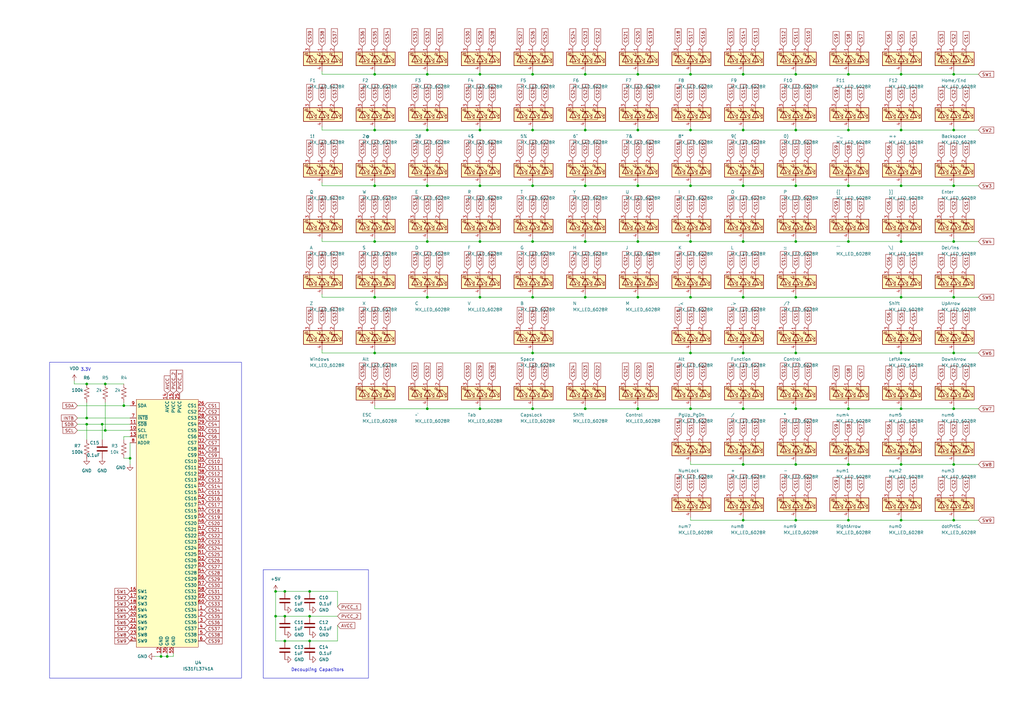
<source format=kicad_sch>
(kicad_sch (version 20230121) (generator eeschema)
  (paper "A3")
  (junction (at 283.21 30.48))
  (junction (at 127 252.73))
  (junction (at 153.67 144.78))
  (junction (at 240.03 99.06))
  (junction (at 153.67 121.92))
  (junction (at 153.67 76.2))
  (junction (at 196.85 76.2))
  (junction (at 347.98 30.48))
  (junction (at 35.56 171.45))
  (junction (at 369.57 30.48))
  (junction (at 391.16 190.5))
  (junction (at 369.57 99.06))
  (junction (at 283.21 99.06))
  (junction (at 218.44 30.48))
  (junction (at 283.21 76.2))
  (junction (at 240.03 30.48))
  (junction (at 326.39 30.48))
  (junction (at 116.84 252.73))
  (junction (at 304.8 213.36))
  (junction (at 153.67 53.34))
  (junction (at 218.44 167.64))
  (junction (at 261.62 99.06))
  (junction (at 391.16 30.48))
  (junction (at 66.04 269.24))
  (junction (at 127 242.57))
  (junction (at 391.16 144.78))
  (junction (at 347.98 213.36))
  (junction (at 196.85 167.64))
  (junction (at 218.44 53.34))
  (junction (at 196.85 53.34))
  (junction (at 326.39 213.36))
  (junction (at 261.62 30.48))
  (junction (at 113.03 252.73))
  (junction (at 283.21 53.34))
  (junction (at 347.98 53.34))
  (junction (at 218.44 121.92))
  (junction (at 304.8 121.92))
  (junction (at 326.39 190.5))
  (junction (at 196.85 121.92))
  (junction (at 127 262.89))
  (junction (at 391.16 167.64))
  (junction (at 347.98 76.2))
  (junction (at 218.44 144.78))
  (junction (at 304.8 99.06))
  (junction (at 43.18 157.48))
  (junction (at 326.39 99.06))
  (junction (at 326.39 76.2))
  (junction (at 347.98 99.06))
  (junction (at 369.57 121.92))
  (junction (at 116.84 262.89))
  (junction (at 304.8 76.2))
  (junction (at 369.57 76.2))
  (junction (at 68.58 269.24))
  (junction (at 35.56 173.99))
  (junction (at 261.62 121.92))
  (junction (at 175.26 76.2))
  (junction (at 240.03 76.2))
  (junction (at 261.62 76.2))
  (junction (at 304.8 30.48))
  (junction (at 113.03 242.57))
  (junction (at 369.57 213.36))
  (junction (at 326.39 167.64))
  (junction (at 391.16 53.34))
  (junction (at 369.57 53.34))
  (junction (at 175.26 121.92))
  (junction (at 240.03 121.92))
  (junction (at 304.8 144.78))
  (junction (at 369.57 167.64))
  (junction (at 50.8 166.37))
  (junction (at 41.91 173.99))
  (junction (at 240.03 53.34))
  (junction (at 196.85 99.06))
  (junction (at 218.44 76.2))
  (junction (at 240.03 167.64))
  (junction (at 153.67 30.48))
  (junction (at 304.8 167.64))
  (junction (at 153.67 99.06))
  (junction (at 391.16 76.2))
  (junction (at 369.57 144.78))
  (junction (at 175.26 99.06))
  (junction (at 369.57 190.5))
  (junction (at 326.39 121.92))
  (junction (at 304.8 190.5))
  (junction (at 53.34 187.96))
  (junction (at 175.26 167.64))
  (junction (at 304.8 53.34))
  (junction (at 175.26 53.34))
  (junction (at 218.44 99.06))
  (junction (at 283.21 167.64))
  (junction (at 196.85 30.48))
  (junction (at 391.16 213.36))
  (junction (at 347.98 167.64))
  (junction (at 35.56 157.48))
  (junction (at 175.26 30.48))
  (junction (at 326.39 53.34))
  (junction (at 326.39 144.78))
  (junction (at 347.98 190.5))
  (junction (at 391.16 99.06))
  (junction (at 283.21 121.92))
  (junction (at 261.62 53.34))
  (junction (at 116.84 242.57))
  (junction (at 283.21 144.78))
  (junction (at 43.18 176.53))
  (junction (at 391.16 121.92))
  (junction (at 261.62 167.64))
  (wire (pts (xy 347.98 167.64) (xy 326.39 167.64)))
  (wire (pts (xy 391.16 166.37) (xy 391.16 167.64)))
  (wire (pts (xy 31.75 166.37) (xy 50.8 166.37)))
  (wire (pts (xy 175.26 53.34) (xy 153.67 53.34)))
  (wire (pts (xy 196.85 52.07) (xy 196.85 53.34)))
  (wire (pts (xy 283.21 144.78) (xy 218.44 144.78)))
  (wire (pts (xy 391.16 99.06) (xy 369.57 99.06)))
  (wire (pts (xy 240.03 74.93) (xy 240.03 76.2)))
  (wire (pts (xy 304.8 167.64) (xy 283.21 167.64)))
  (wire (pts (xy 240.03 53.34) (xy 218.44 53.34)))
  (wire (pts (xy 218.44 53.34) (xy 196.85 53.34)))
  (wire (pts (xy 391.16 120.65) (xy 391.16 121.92)))
  (wire (pts (xy 347.98 213.36) (xy 326.39 213.36)))
  (wire (pts (xy 261.62 74.93) (xy 261.62 76.2)))
  (wire (pts (xy 391.16 167.64) (xy 369.57 167.64)))
  (wire (pts (xy 113.03 262.89) (xy 116.84 262.89)))
  (wire (pts (xy 196.85 167.64) (xy 175.26 167.64)))
  (wire (pts (xy 391.16 121.92) (xy 401.32 121.92)))
  (wire (pts (xy 304.8 99.06) (xy 283.21 99.06)))
  (wire (pts (xy 132.08 76.2) (xy 132.08 74.93)))
  (wire (pts (xy 66.04 267.97) (xy 66.04 269.24)))
  (wire (pts (xy 401.32 190.5) (xy 391.16 190.5)))
  (wire (pts (xy 326.39 53.34) (xy 304.8 53.34)))
  (wire (pts (xy 113.03 242.57) (xy 116.84 242.57)))
  (wire (pts (xy 138.43 256.54) (xy 138.43 262.89)))
  (wire (pts (xy 304.8 144.78) (xy 283.21 144.78)))
  (wire (pts (xy 283.21 74.93) (xy 283.21 76.2)))
  (wire (pts (xy 369.57 213.36) (xy 347.98 213.36)))
  (wire (pts (xy 35.56 171.45) (xy 53.34 171.45)))
  (wire (pts (xy 261.62 120.65) (xy 261.62 121.92)))
  (wire (pts (xy 283.21 76.2) (xy 261.62 76.2)))
  (wire (pts (xy 261.62 52.07) (xy 261.62 53.34)))
  (wire (pts (xy 153.67 143.51) (xy 153.67 144.78)))
  (wire (pts (xy 283.21 30.48) (xy 261.62 30.48)))
  (wire (pts (xy 153.67 30.48) (xy 132.08 30.48)))
  (wire (pts (xy 261.62 166.37) (xy 261.62 167.64)))
  (wire (pts (xy 304.8 30.48) (xy 283.21 30.48)))
  (wire (pts (xy 326.39 120.65) (xy 326.39 121.92)))
  (wire (pts (xy 326.39 143.51) (xy 326.39 144.78)))
  (wire (pts (xy 153.67 97.79) (xy 153.67 99.06)))
  (wire (pts (xy 401.32 76.2) (xy 391.16 76.2)))
  (wire (pts (xy 113.03 252.73) (xy 116.84 252.73)))
  (wire (pts (xy 71.12 267.97) (xy 71.12 269.24)))
  (wire (pts (xy 50.8 180.34) (xy 50.8 179.07)))
  (wire (pts (xy 240.03 30.48) (xy 218.44 30.48)))
  (wire (pts (xy 218.44 121.92) (xy 196.85 121.92)))
  (wire (pts (xy 401.32 99.06) (xy 391.16 99.06)))
  (wire (pts (xy 369.57 143.51) (xy 369.57 144.78)))
  (wire (pts (xy 53.34 181.61) (xy 53.34 187.96)))
  (wire (pts (xy 347.98 97.79) (xy 347.98 99.06)))
  (wire (pts (xy 391.16 74.93) (xy 391.16 76.2)))
  (wire (pts (xy 68.58 269.24) (xy 66.04 269.24)))
  (wire (pts (xy 35.56 173.99) (xy 35.56 180.34)))
  (wire (pts (xy 391.16 144.78) (xy 369.57 144.78)))
  (wire (pts (xy 175.26 30.48) (xy 153.67 30.48)))
  (wire (pts (xy 153.67 99.06) (xy 132.08 99.06)))
  (wire (pts (xy 347.98 76.2) (xy 326.39 76.2)))
  (wire (pts (xy 304.8 74.93) (xy 304.8 76.2)))
  (wire (pts (xy 218.44 99.06) (xy 196.85 99.06)))
  (wire (pts (xy 283.21 99.06) (xy 261.62 99.06)))
  (wire (pts (xy 132.08 99.06) (xy 132.08 97.79)))
  (wire (pts (xy 240.03 29.21) (xy 240.03 30.48)))
  (wire (pts (xy 401.32 53.34) (xy 391.16 53.34)))
  (wire (pts (xy 175.26 166.37) (xy 175.26 167.64)))
  (wire (pts (xy 304.8 143.51) (xy 304.8 144.78)))
  (wire (pts (xy 283.21 29.21) (xy 283.21 30.48)))
  (wire (pts (xy 240.03 52.07) (xy 240.03 53.34)))
  (wire (pts (xy 116.84 242.57) (xy 127 242.57)))
  (wire (pts (xy 175.26 52.07) (xy 175.26 53.34)))
  (wire (pts (xy 401.32 144.78) (xy 391.16 144.78)))
  (wire (pts (xy 240.03 120.65) (xy 240.03 121.92)))
  (wire (pts (xy 369.57 76.2) (xy 347.98 76.2)))
  (wire (pts (xy 391.16 189.23) (xy 391.16 190.5)))
  (wire (pts (xy 369.57 29.21) (xy 369.57 30.48)))
  (wire (pts (xy 196.85 74.93) (xy 196.85 76.2)))
  (wire (pts (xy 326.39 167.64) (xy 304.8 167.64)))
  (wire (pts (xy 347.98 190.5) (xy 326.39 190.5)))
  (wire (pts (xy 391.16 143.51) (xy 391.16 144.78)))
  (wire (pts (xy 326.39 213.36) (xy 304.8 213.36)))
  (wire (pts (xy 401.32 213.36) (xy 391.16 213.36)))
  (wire (pts (xy 304.8 166.37) (xy 304.8 167.64)))
  (wire (pts (xy 369.57 52.07) (xy 369.57 53.34)))
  (wire (pts (xy 175.26 74.93) (xy 175.26 76.2)))
  (wire (pts (xy 153.67 52.07) (xy 153.67 53.34)))
  (wire (pts (xy 31.75 176.53) (xy 43.18 176.53)))
  (wire (pts (xy 391.16 212.09) (xy 391.16 213.36)))
  (wire (pts (xy 369.57 189.23) (xy 369.57 190.5)))
  (wire (pts (xy 53.34 187.96) (xy 50.8 187.96)))
  (wire (pts (xy 369.57 120.65) (xy 369.57 121.92)))
  (wire (pts (xy 369.57 121.92) (xy 391.16 121.92)))
  (wire (pts (xy 196.85 29.21) (xy 196.85 30.48)))
  (wire (pts (xy 326.39 189.23) (xy 326.39 190.5)))
  (wire (pts (xy 175.26 76.2) (xy 153.67 76.2)))
  (wire (pts (xy 369.57 99.06) (xy 347.98 99.06)))
  (wire (pts (xy 283.21 53.34) (xy 261.62 53.34)))
  (wire (pts (xy 50.8 179.07) (xy 53.34 179.07)))
  (wire (pts (xy 401.32 167.64) (xy 391.16 167.64)))
  (wire (pts (xy 218.44 52.07) (xy 218.44 53.34)))
  (wire (pts (xy 304.8 53.34) (xy 283.21 53.34)))
  (wire (pts (xy 261.62 97.79) (xy 261.62 99.06)))
  (wire (pts (xy 113.03 252.73) (xy 113.03 262.89)))
  (wire (pts (xy 326.39 76.2) (xy 304.8 76.2)))
  (wire (pts (xy 261.62 121.92) (xy 240.03 121.92)))
  (wire (pts (xy 153.67 74.93) (xy 153.67 76.2)))
  (wire (pts (xy 326.39 144.78) (xy 304.8 144.78)))
  (wire (pts (xy 132.08 53.34) (xy 132.08 52.07)))
  (wire (pts (xy 218.44 30.48) (xy 196.85 30.48)))
  (wire (pts (xy 30.48 157.48) (xy 35.56 157.48)))
  (wire (pts (xy 218.44 167.64) (xy 196.85 167.64)))
  (wire (pts (xy 132.08 121.92) (xy 132.08 120.65)))
  (wire (pts (xy 175.26 97.79) (xy 175.26 99.06)))
  (wire (pts (xy 261.62 29.21) (xy 261.62 30.48)))
  (wire (pts (xy 196.85 97.79) (xy 196.85 99.06)))
  (wire (pts (xy 369.57 53.34) (xy 347.98 53.34)))
  (wire (pts (xy 175.26 29.21) (xy 175.26 30.48)))
  (wire (pts (xy 240.03 166.37) (xy 240.03 167.64)))
  (wire (pts (xy 347.98 212.09) (xy 347.98 213.36)))
  (wire (pts (xy 31.75 171.45) (xy 35.56 171.45)))
  (wire (pts (xy 127 242.57) (xy 138.43 242.57)))
  (wire (pts (xy 326.39 190.5) (xy 304.8 190.5)))
  (wire (pts (xy 218.44 29.21) (xy 218.44 30.48)))
  (wire (pts (xy 196.85 76.2) (xy 175.26 76.2)))
  (wire (pts (xy 240.03 99.06) (xy 218.44 99.06)))
  (wire (pts (xy 369.57 74.93) (xy 369.57 76.2)))
  (wire (pts (xy 326.39 121.92) (xy 369.57 121.92)))
  (wire (pts (xy 347.98 53.34) (xy 326.39 53.34)))
  (wire (pts (xy 153.67 29.21) (xy 153.67 30.48)))
  (wire (pts (xy 391.16 97.79) (xy 391.16 99.06)))
  (wire (pts (xy 304.8 29.21) (xy 304.8 30.48)))
  (wire (pts (xy 304.8 52.07) (xy 304.8 53.34)))
  (wire (pts (xy 132.08 144.78) (xy 132.08 143.51)))
  (wire (pts (xy 391.16 30.48) (xy 369.57 30.48)))
  (wire (pts (xy 261.62 53.34) (xy 240.03 53.34)))
  (wire (pts (xy 153.67 120.65) (xy 153.67 121.92)))
  (wire (pts (xy 127 252.73) (xy 138.43 252.73)))
  (wire (pts (xy 369.57 144.78) (xy 326.39 144.78)))
  (wire (pts (xy 347.98 52.07) (xy 347.98 53.34)))
  (wire (pts (xy 304.8 212.09) (xy 304.8 213.36)))
  (wire (pts (xy 326.39 74.93) (xy 326.39 76.2)))
  (wire (pts (xy 153.67 144.78) (xy 132.08 144.78)))
  (wire (pts (xy 41.91 173.99) (xy 41.91 180.34)))
  (wire (pts (xy 218.44 120.65) (xy 218.44 121.92)))
  (wire (pts (xy 196.85 30.48) (xy 175.26 30.48)))
  (wire (pts (xy 326.39 97.79) (xy 326.39 99.06)))
  (wire (pts (xy 391.16 76.2) (xy 369.57 76.2)))
  (wire (pts (xy 50.8 166.37) (xy 53.34 166.37)))
  (wire (pts (xy 347.98 74.93) (xy 347.98 76.2)))
  (wire (pts (xy 347.98 99.06) (xy 326.39 99.06)))
  (wire (pts (xy 196.85 53.34) (xy 175.26 53.34)))
  (wire (pts (xy 43.18 165.1) (xy 43.18 176.53)))
  (wire (pts (xy 261.62 76.2) (xy 240.03 76.2)))
  (wire (pts (xy 240.03 167.64) (xy 218.44 167.64)))
  (wire (pts (xy 261.62 30.48) (xy 240.03 30.48)))
  (wire (pts (xy 304.8 97.79) (xy 304.8 99.06)))
  (wire (pts (xy 391.16 53.34) (xy 369.57 53.34)))
  (wire (pts (xy 369.57 167.64) (xy 347.98 167.64)))
  (wire (pts (xy 240.03 121.92) (xy 218.44 121.92)))
  (wire (pts (xy 326.39 29.21) (xy 326.39 30.48)))
  (wire (pts (xy 391.16 29.21) (xy 391.16 30.48)))
  (wire (pts (xy 391.16 190.5) (xy 369.57 190.5)))
  (wire (pts (xy 283.21 121.92) (xy 304.8 121.92)))
  (wire (pts (xy 196.85 99.06) (xy 175.26 99.06)))
  (wire (pts (xy 240.03 76.2) (xy 218.44 76.2)))
  (wire (pts (xy 35.56 157.48) (xy 43.18 157.48)))
  (wire (pts (xy 347.98 29.21) (xy 347.98 30.48)))
  (wire (pts (xy 283.21 121.92) (xy 261.62 121.92)))
  (wire (pts (xy 326.39 212.09) (xy 326.39 213.36)))
  (wire (pts (xy 369.57 97.79) (xy 369.57 99.06)))
  (wire (pts (xy 68.58 267.97) (xy 68.58 269.24)))
  (wire (pts (xy 240.03 97.79) (xy 240.03 99.06)))
  (wire (pts (xy 283.21 52.07) (xy 283.21 53.34)))
  (wire (pts (xy 218.44 144.78) (xy 153.67 144.78)))
  (wire (pts (xy 30.48 156.21) (xy 30.48 157.48)))
  (wire (pts (xy 175.26 120.65) (xy 175.26 121.92)))
  (wire (pts (xy 304.8 213.36) (xy 283.21 213.36)))
  (wire (pts (xy 138.43 242.57) (xy 138.43 248.92)))
  (wire (pts (xy 153.67 53.34) (xy 132.08 53.34)))
  (wire (pts (xy 304.8 120.65) (xy 304.8 121.92)))
  (wire (pts (xy 175.26 167.64) (xy 153.67 167.64)))
  (wire (pts (xy 326.39 166.37) (xy 326.39 167.64)))
  (wire (pts (xy 304.8 121.92) (xy 326.39 121.92)))
  (wire (pts (xy 326.39 52.07) (xy 326.39 53.34)))
  (wire (pts (xy 218.44 143.51) (xy 218.44 144.78)))
  (wire (pts (xy 218.44 74.93) (xy 218.44 76.2)))
  (wire (pts (xy 304.8 190.5) (xy 283.21 190.5)))
  (wire (pts (xy 391.16 213.36) (xy 369.57 213.36)))
  (wire (pts (xy 218.44 76.2) (xy 196.85 76.2)))
  (wire (pts (xy 153.67 76.2) (xy 132.08 76.2)))
  (wire (pts (xy 175.26 121.92) (xy 153.67 121.92)))
  (wire (pts (xy 391.16 52.07) (xy 391.16 53.34)))
  (wire (pts (xy 326.39 99.06) (xy 304.8 99.06)))
  (wire (pts (xy 304.8 76.2) (xy 283.21 76.2)))
  (wire (pts (xy 175.26 99.06) (xy 153.67 99.06)))
  (wire (pts (xy 43.18 157.48) (xy 50.8 157.48)))
  (wire (pts (xy 283.21 143.51) (xy 283.21 144.78)))
  (wire (pts (xy 153.67 167.64) (xy 153.67 166.37)))
  (wire (pts (xy 283.21 166.37) (xy 283.21 167.64)))
  (wire (pts (xy 218.44 97.79) (xy 218.44 99.06)))
  (wire (pts (xy 50.8 165.1) (xy 50.8 166.37)))
  (wire (pts (xy 369.57 166.37) (xy 369.57 167.64)))
  (wire (pts (xy 71.12 269.24) (xy 68.58 269.24)))
  (wire (pts (xy 196.85 121.92) (xy 175.26 121.92)))
  (wire (pts (xy 401.32 30.48) (xy 391.16 30.48)))
  (wire (pts (xy 35.56 165.1) (xy 35.56 171.45)))
  (wire (pts (xy 326.39 30.48) (xy 304.8 30.48)))
  (wire (pts (xy 127 262.89) (xy 138.43 262.89)))
  (wire (pts (xy 132.08 30.48) (xy 132.08 29.21)))
  (wire (pts (xy 304.8 189.23) (xy 304.8 190.5)))
  (wire (pts (xy 347.98 166.37) (xy 347.98 167.64)))
  (wire (pts (xy 283.21 97.79) (xy 283.21 99.06)))
  (wire (pts (xy 347.98 189.23) (xy 347.98 190.5)))
  (wire (pts (xy 43.18 176.53) (xy 53.34 176.53)))
  (wire (pts (xy 113.03 242.57) (xy 113.03 252.73)))
  (wire (pts (xy 66.04 269.24) (xy 63.5 269.24)))
  (wire (pts (xy 218.44 166.37) (xy 218.44 167.64)))
  (wire (pts (xy 283.21 120.65) (xy 283.21 121.92)))
  (wire (pts (xy 35.56 173.99) (xy 41.91 173.99)))
  (wire (pts (xy 53.34 190.5) (xy 53.34 187.96)))
  (wire (pts (xy 369.57 212.09) (xy 369.57 213.36)))
  (wire (pts (xy 369.57 30.48) (xy 347.98 30.48)))
  (wire (pts (xy 196.85 166.37) (xy 196.85 167.64)))
  (wire (pts (xy 347.98 30.48) (xy 326.39 30.48)))
  (wire (pts (xy 41.91 173.99) (xy 53.34 173.99)))
  (wire (pts (xy 31.75 173.99) (xy 35.56 173.99)))
  (wire (pts (xy 196.85 120.65) (xy 196.85 121.92)))
  (wire (pts (xy 261.62 99.06) (xy 240.03 99.06)))
  (wire (pts (xy 153.67 121.92) (xy 132.08 121.92)))
  (wire (pts (xy 369.57 190.5) (xy 347.98 190.5)))
  (wire (pts (xy 116.84 252.73) (xy 127 252.73)))
  (wire (pts (xy 283.21 190.5) (xy 283.21 189.23)))
  (wire (pts (xy 283.21 167.64) (xy 261.62 167.64)))
  (wire (pts (xy 283.21 213.36) (xy 283.21 212.09)))
  (wire (pts (xy 116.84 262.89) (xy 127 262.89)))
  (wire (pts (xy 261.62 167.64) (xy 240.03 167.64)))
  (rectangle (start 20.32 148.59) (end 99.06 278.13))
  (rectangle (start 107.95 233.68) (end 151.13 278.13))
  (text "Decoupling Capacitors" (at 119.38 275.59 0) (effects (font (size 1.27 1.27)) (justify left bottom)))
  (text "3.3V" (at 33.02 152.4 0) (effects (font (size 1.27 1.27)) (justify left bottom)))
  (global_label "CS32" (shape input) (at 175.26 19.05 90) (property "Intersheetrefs" "${INTERSHEET_REFS}" (effects hide)))
  (global_label "CS30" (shape input) (at 191.77 110.49 90) (property "Intersheetrefs" "${INTERSHEET_REFS}" (effects hide)))
  (global_label "CS22" (shape input) (at 83.82 219.71 0) (property "Intersheetrefs" "${INTERSHEET_REFS}" (effects hide)))
  (global_label "CS14" (shape input) (at 304.8 41.91 90) (property "Intersheetrefs" "${INTERSHEET_REFS}" (effects hide)))
  (global_label "SW2" (shape input) (at 401.32 53.34 0) (property "Intersheetrefs" "${INTERSHEET_REFS}" (effects hide)))
  (global_label "CS31" (shape input) (at 83.82 242.57 0) (property "Intersheetrefs" "${INTERSHEET_REFS}" (effects hide)))
  (global_label "SDA" (shape input) (at 31.75 166.37 180) (property "Intersheetrefs" "${INTERSHEET_REFS}" (effects hide)))
  (global_label "CS17" (shape input) (at 83.82 207.01 0) (property "Intersheetrefs" "${INTERSHEET_REFS}" (effects hide)))
  (global_label "CS7" (shape input) (at 353.06 64.77 90) (property "Intersheetrefs" "${INTERSHEET_REFS}" (effects hide)))
  (global_label "CS11" (shape input) (at 326.39 110.49 90) (property "Intersheetrefs" "${INTERSHEET_REFS}" (effects hide)))
  (global_label "CS25" (shape input) (at 223.52 19.05 90) (property "Intersheetrefs" "${INTERSHEET_REFS}" (effects hide)))
  (global_label "CS7" (shape input) (at 83.82 181.61 0) (property "Intersheetrefs" "${INTERSHEET_REFS}" (effects hide)))
  (global_label "SW7" (shape input) (at 53.34 257.81 180) (property "Intersheetrefs" "${INTERSHEET_REFS}" (effects hide)))
  (global_label "SW5" (shape input) (at 401.32 121.92 0) (property "Intersheetrefs" "${INTERSHEET_REFS}" (effects hide)))
  (global_label "CS11" (shape input) (at 326.39 64.77 90) (property "Intersheetrefs" "${INTERSHEET_REFS}" (effects hide)))
  (global_label "CS34" (shape input) (at 83.82 250.19 0) (property "Intersheetrefs" "${INTERSHEET_REFS}" (effects hide)))
  (global_label "CS32" (shape input) (at 175.26 41.91 90) (property "Intersheetrefs" "${INTERSHEET_REFS}" (effects hide)))
  (global_label "CS10" (shape input) (at 83.82 189.23 0) (property "Intersheetrefs" "${INTERSHEET_REFS}" (effects hide)))
  (global_label "CS29" (shape input) (at 196.85 41.91 90) (property "Intersheetrefs" "${INTERSHEET_REFS}" (effects hide)))
  (global_label "CS31" (shape input) (at 180.34 64.77 90) (property "Intersheetrefs" "${INTERSHEET_REFS}" (effects hide)))
  (global_label "CS26" (shape input) (at 218.44 110.49 90) (property "Intersheetrefs" "${INTERSHEET_REFS}" (effects hide)))
  (global_label "CS12" (shape input) (at 321.31 87.63 90) (property "Intersheetrefs" "${INTERSHEET_REFS}" (effects hide)))
  (global_label "CS37" (shape input) (at 137.16 64.77 90) (property "Intersheetrefs" "${INTERSHEET_REFS}" (effects hide)))
  (global_label "CS26" (shape input) (at 218.44 64.77 90) (property "Intersheetrefs" "${INTERSHEET_REFS}" (effects hide)))
  (global_label "CS3" (shape input) (at 83.82 171.45 0) (property "Intersheetrefs" "${INTERSHEET_REFS}" (effects hide)))
  (global_label "CS8" (shape input) (at 347.98 201.93 90) (property "Intersheetrefs" "${INTERSHEET_REFS}" (effects hide)))
  (global_label "CS21" (shape input) (at 256.54 87.63 90) (property "Intersheetrefs" "${INTERSHEET_REFS}" (effects hide)))
  (global_label "CS6" (shape input) (at 364.49 87.63 90) (property "Intersheetrefs" "${INTERSHEET_REFS}" (effects hide)))
  (global_label "CS11" (shape input) (at 83.82 191.77 0) (property "Intersheetrefs" "${INTERSHEET_REFS}" (effects hide)))
  (global_label "CS16" (shape input) (at 288.29 41.91 90) (property "Intersheetrefs" "${INTERSHEET_REFS}" (effects hide)))
  (global_label "CS16" (shape input) (at 288.29 133.35 90) (property "Intersheetrefs" "${INTERSHEET_REFS}" (effects hide)))
  (global_label "CS36" (shape input) (at 148.59 64.77 90) (property "Intersheetrefs" "${INTERSHEET_REFS}" (effects hide)))
  (global_label "CS34" (shape input) (at 158.75 64.77 90) (property "Intersheetrefs" "${INTERSHEET_REFS}" (effects hide)))
  (global_label "CS9" (shape input) (at 342.9 179.07 90) (property "Intersheetrefs" "${INTERSHEET_REFS}" (effects hide)))
  (global_label "CS35" (shape input) (at 153.67 19.05 90) (property "Intersheetrefs" "${INTERSHEET_REFS}" (effects hide)))
  (global_label "CS10" (shape input) (at 331.47 41.91 90) (property "Intersheetrefs" "${INTERSHEET_REFS}" (effects hide)))
  (global_label "CS22" (shape input) (at 245.11 110.49 90) (property "Intersheetrefs" "${INTERSHEET_REFS}" (effects hide)))
  (global_label "CS37" (shape input) (at 83.82 257.81 0) (property "Intersheetrefs" "${INTERSHEET_REFS}" (effects hide)))
  (global_label "CS19" (shape input) (at 266.7 64.77 90) (property "Intersheetrefs" "${INTERSHEET_REFS}" (effects hide)))
  (global_label "CS37" (shape input) (at 137.16 19.05 90) (property "Intersheetrefs" "${INTERSHEET_REFS}" (effects hide)))
  (global_label "CS11" (shape input) (at 326.39 133.35 90) (property "Intersheetrefs" "${INTERSHEET_REFS}" (effects hide)))
  (global_label "CS24" (shape input) (at 234.95 87.63 90) (property "Intersheetrefs" "${INTERSHEET_REFS}" (effects hide)))
  (global_label "CS22" (shape input) (at 245.11 41.91 90) (property "Intersheetrefs" "${INTERSHEET_REFS}" (effects hide)))
  (global_label "CS12" (shape input) (at 321.31 179.07 90) (property "Intersheetrefs" "${INTERSHEET_REFS}" (effects hide)))
  (global_label "CS25" (shape input) (at 223.52 64.77 90) (property "Intersheetrefs" "${INTERSHEET_REFS}" (effects hide)))
  (global_label "CS6" (shape input) (at 364.49 41.91 90) (property "Intersheetrefs" "${INTERSHEET_REFS}" (effects hide)))
  (global_label "CS17" (shape input) (at 283.21 201.93 90) (property "Intersheetrefs" "${INTERSHEET_REFS}" (effects hide)))
  (global_label "CS15" (shape input) (at 299.72 201.93 90) (property "Intersheetrefs" "${INTERSHEET_REFS}" (effects hide)))
  (global_label "CS11" (shape input) (at 326.39 156.21 90) (property "Intersheetrefs" "${INTERSHEET_REFS}" (effects hide)))
  (global_label "CS18" (shape input) (at 278.13 87.63 90) (property "Intersheetrefs" "${INTERSHEET_REFS}" (effects hide)))
  (global_label "CS2" (shape input) (at 391.16 156.21 90) (property "Intersheetrefs" "${INTERSHEET_REFS}" (effects hide)))
  (global_label "CS8" (shape input) (at 347.98 179.07 90) (property "Intersheetrefs" "${INTERSHEET_REFS}" (effects hide)))
  (global_label "CS4" (shape input) (at 374.65 156.21 90) (property "Intersheetrefs" "${INTERSHEET_REFS}" (effects hide)))
  (global_label "CS5" (shape input) (at 369.57 201.93 90) (property "Intersheetrefs" "${INTERSHEET_REFS}" (effects hide)))
  (global_label "CS13" (shape input) (at 309.88 179.07 90) (property "Intersheetrefs" "${INTERSHEET_REFS}" (effects hide)))
  (global_label "CS4" (shape input) (at 374.65 201.93 90) (property "Intersheetrefs" "${INTERSHEET_REFS}" (effects hide)))
  (global_label "CS39" (shape input) (at 127 110.49 90) (property "Intersheetrefs" "${INTERSHEET_REFS}" (effects hide)))
  (global_label "CS11" (shape input) (at 326.39 19.05 90) (property "Intersheetrefs" "${INTERSHEET_REFS}" (effects hide)))
  (global_label "CS27" (shape input) (at 213.36 133.35 90) (property "Intersheetrefs" "${INTERSHEET_REFS}" (effects hide)))
  (global_label "CS37" (shape input) (at 137.16 110.49 90) (property "Intersheetrefs" "${INTERSHEET_REFS}" (effects hide)))
  (global_label "CS22" (shape input) (at 245.11 64.77 90) (property "Intersheetrefs" "${INTERSHEET_REFS}" (effects hide)))
  (global_label "CS16" (shape input) (at 288.29 19.05 90) (property "Intersheetrefs" "${INTERSHEET_REFS}" (effects hide)))
  (global_label "SW5" (shape input) (at 53.34 252.73 180) (property "Intersheetrefs" "${INTERSHEET_REFS}" (effects hide)))
  (global_label "CS30" (shape input) (at 83.82 240.03 0) (property "Intersheetrefs" "${INTERSHEET_REFS}" (effects hide)))
  (global_label "CS20" (shape input) (at 261.62 41.91 90) (property "Intersheetrefs" "${INTERSHEET_REFS}" (effects hide)))
  (global_label "CS15" (shape input) (at 299.72 41.91 90) (property "Intersheetrefs" "${INTERSHEET_REFS}" (effects hide)))
  (global_label "CS9" (shape input) (at 342.9 41.91 90) (property "Intersheetrefs" "${INTERSHEET_REFS}" (effects hide)))
  (global_label "CS5" (shape input) (at 369.57 133.35 90) (property "Intersheetrefs" "${INTERSHEET_REFS}" (effects hide)))
  (global_label "CS10" (shape input) (at 331.47 201.93 90) (property "Intersheetrefs" "${INTERSHEET_REFS}" (effects hide)))
  (global_label "CS28" (shape input) (at 83.82 234.95 0) (property "Intersheetrefs" "${INTERSHEET_REFS}" (effects hide)))
  (global_label "CS11" (shape input) (at 326.39 179.07 90) (property "Intersheetrefs" "${INTERSHEET_REFS}" (effects hide)))
  (global_label "CS2" (shape input) (at 391.16 41.91 90) (property "Intersheetrefs" "${INTERSHEET_REFS}" (effects hide)))
  (global_label "CS7" (shape input) (at 353.06 179.07 90) (property "Intersheetrefs" "${INTERSHEET_REFS}" (effects hide)))
  (global_label "CS12" (shape input) (at 321.31 41.91 90) (property "Intersheetrefs" "${INTERSHEET_REFS}" (effects hide)))
  (global_label "CS27" (shape input) (at 213.36 156.21 90) (property "Intersheetrefs" "${INTERSHEET_REFS}" (effects hide)))
  (global_label "CS6" (shape input) (at 364.49 201.93 90) (property "Intersheetrefs" "${INTERSHEET_REFS}" (effects hide)))
  (global_label "CS27" (shape input) (at 213.36 64.77 90) (property "Intersheetrefs" "${INTERSHEET_REFS}" (effects hide)))
  (global_label "CS33" (shape input) (at 170.18 87.63 90) (property "Intersheetrefs" "${INTERSHEET_REFS}" (effects hide)))
  (global_label "CS29" (shape input) (at 196.85 64.77 90) (property "Intersheetrefs" "${INTERSHEET_REFS}" (effects hide)))
  (global_label "CS9" (shape input) (at 342.9 201.93 90) (property "Intersheetrefs" "${INTERSHEET_REFS}" (effects hide)))
  (global_label "CS5" (shape input) (at 369.57 87.63 90) (property "Intersheetrefs" "${INTERSHEET_REFS}" (effects hide)))
  (global_label "CS10" (shape input) (at 331.47 64.77 90) (property "Intersheetrefs" "${INTERSHEET_REFS}" (effects hide)))
  (global_label "CS23" (shape input) (at 240.03 87.63 90) (property "Intersheetrefs" "${INTERSHEET_REFS}" (effects hide)))
  (global_label "CS9" (shape input) (at 83.82 186.69 0) (property "Intersheetrefs" "${INTERSHEET_REFS}" (effects hide)))
  (global_label "CS19" (shape input) (at 266.7 156.21 90) (property "Intersheetrefs" "${INTERSHEET_REFS}" (effects hide)))
  (global_label "CS18" (shape input) (at 278.13 64.77 90) (property "Intersheetrefs" "${INTERSHEET_REFS}" (effects hide)))
  (global_label "CS2" (shape input) (at 391.16 179.07 90) (property "Intersheetrefs" "${INTERSHEET_REFS}" (effects hide)))
  (global_label "CS17" (shape input) (at 283.21 64.77 90) (property "Intersheetrefs" "${INTERSHEET_REFS}" (effects hide)))
  (global_label "CS4" (shape input) (at 374.65 87.63 90) (property "Intersheetrefs" "${INTERSHEET_REFS}" (effects hide)))
  (global_label "CS14" (shape input) (at 304.8 110.49 90) (property "Intersheetrefs" "${INTERSHEET_REFS}" (effects hide)))
  (global_label "CS20" (shape input) (at 83.82 214.63 0) (property "Intersheetrefs" "${INTERSHEET_REFS}" (effects hide)))
  (global_label "SW4" (shape input) (at 53.34 250.19 180) (property "Intersheetrefs" "${INTERSHEET_REFS}" (effects hide)))
  (global_label "CS1" (shape input) (at 396.24 19.05 90) (property "Intersheetrefs" "${INTERSHEET_REFS}" (effects hide)))
  (global_label "CS16" (shape input) (at 288.29 156.21 90) (property "Intersheetrefs" "${INTERSHEET_REFS}" (effects hide)))
  (global_label "CS28" (shape input) (at 201.93 156.21 90) (property "Intersheetrefs" "${INTERSHEET_REFS}" (effects hide)))
  (global_label "CS36" (shape input) (at 148.59 133.35 90) (property "Intersheetrefs" "${INTERSHEET_REFS}" (effects hide)))
  (global_label "CS30" (shape input) (at 191.77 19.05 90) (property "Intersheetrefs" "${INTERSHEET_REFS}" (effects hide)))
  (global_label "CS32" (shape input) (at 175.26 87.63 90) (property "Intersheetrefs" "${INTERSHEET_REFS}" (effects hide)))
  (global_label "CS3" (shape input) (at 386.08 41.91 90) (property "Intersheetrefs" "${INTERSHEET_REFS}" (effects hide)))
  (global_label "CS18" (shape input) (at 278.13 179.07 90) (property "Intersheetrefs" "${INTERSHEET_REFS}" (effects hide)))
  (global_label "CS26" (shape input) (at 218.44 19.05 90) (property "Intersheetrefs" "${INTERSHEET_REFS}" (effects hide)))
  (global_label "CS15" (shape input) (at 299.72 133.35 90) (property "Intersheetrefs" "${INTERSHEET_REFS}" (effects hide)))
  (global_label "CS39" (shape input) (at 127 87.63 90) (property "Intersheetrefs" "${INTERSHEET_REFS}" (effects hide)))
  (global_label "CS20" (shape input) (at 261.62 64.77 90) (property "Intersheetrefs" "${INTERSHEET_REFS}" (effects hide)))
  (global_label "CS36" (shape input) (at 148.59 156.21 90) (property "Intersheetrefs" "${INTERSHEET_REFS}" (effects hide)))
  (global_label "CS39" (shape input) (at 127 64.77 90) (property "Intersheetrefs" "${INTERSHEET_REFS}" (effects hide)))
  (global_label "CS26" (shape input) (at 83.82 229.87 0) (property "Intersheetrefs" "${INTERSHEET_REFS}" (effects hide)))
  (global_label "CS13" (shape input) (at 309.88 64.77 90) (property "Intersheetrefs" "${INTERSHEET_REFS}" (effects hide)))
  (global_label "CS14" (shape input) (at 304.8 19.05 90) (property "Intersheetrefs" "${INTERSHEET_REFS}" (effects hide)))
  (global_label "CS2" (shape input) (at 83.82 168.91 0) (property "Intersheetrefs" "${INTERSHEET_REFS}" (effects hide)))
  (global_label "CS18" (shape input) (at 278.13 156.21 90) (property "Intersheetrefs" "${INTERSHEET_REFS}" (effects hide)))
  (global_label "CS29" (shape input) (at 83.82 237.49 0) (property "Intersheetrefs" "${INTERSHEET_REFS}" (effects hide)))
  (global_label "CS1" (shape input) (at 83.82 166.37 0) (property "Intersheetrefs" "${INTERSHEET_REFS}" (effects hide)))
  (global_label "CS3" (shape input) (at 386.08 156.21 90) (property "Intersheetrefs" "${INTERSHEET_REFS}" (effects hide)))
  (global_label "CS1" (shape input) (at 396.24 133.35 90) (property "Intersheetrefs" "${INTERSHEET_REFS}" (effects hide)))
  (global_label "CS3" (shape input) (at 386.08 19.05 90) (property "Intersheetrefs" "${INTERSHEET_REFS}" (effects hide)))
  (global_label "CS1" (shape input) (at 396.24 201.93 90) (property "Intersheetrefs" "${INTERSHEET_REFS}" (effects hide)))
  (global_label "CS25" (shape input) (at 223.52 87.63 90) (property "Intersheetrefs" "${INTERSHEET_REFS}" (effects hide)))
  (global_label "SCL" (shape input) (at 31.75 176.53 180) (property "Intersheetrefs" "${INTERSHEET_REFS}" (effects hide)))
  (global_label "CS33" (shape input) (at 170.18 64.77 90) (property "Intersheetrefs" "${INTERSHEET_REFS}" (effects hide)))
  (global_label "CS22" (shape input) (at 245.11 156.21 90) (property "Intersheetrefs" "${INTERSHEET_REFS}" (effects hide)))
  (global_label "CS17" (shape input) (at 283.21 133.35 90) (property "Intersheetrefs" "${INTERSHEET_REFS}" (effects hide)))
  (global_label "CS30" (shape input) (at 191.77 156.21 90) (property "Intersheetrefs" "${INTERSHEET_REFS}" (effects hide)))
  (global_label "CS22" (shape input) (at 245.11 19.05 90) (property "Intersheetrefs" "${INTERSHEET_REFS}" (effects hide)))
  (global_label "CS7" (shape input) (at 353.06 19.05 90) (property "Intersheetrefs" "${INTERSHEET_REFS}" (effects hide)))
  (global_label "INTB" (shape input) (at 31.75 171.45 180) (property "Intersheetrefs" "${INTERSHEET_REFS}" (effects hide)))
  (global_label "CS5" (shape input) (at 369.57 179.07 90) (property "Intersheetrefs" "${INTERSHEET_REFS}" (effects hide)))
  (global_label "AVCC" (shape input) (at 68.58 161.29 90) (property "Intersheetrefs" "${INTERSHEET_REFS}" (effects hide)))
  (global_label "CS38" (shape input) (at 132.08 110.49 90) (property "Intersheetrefs" "${INTERSHEET_REFS}" (effects hide)))
  (global_label "CS30" (shape input) (at 191.77 41.91 90) (property "Intersheetrefs" "${INTERSHEET_REFS}" (effects hide)))
  (global_label "CS15" (shape input) (at 299.72 110.49 90) (property "Intersheetrefs" "${INTERSHEET_REFS}" (effects hide)))
  (global_label "CS34" (shape input) (at 158.75 41.91 90) (property "Intersheetrefs" "${INTERSHEET_REFS}" (effects hide)))
  (global_label "CS23" (shape input) (at 240.03 41.91 90) (property "Intersheetrefs" "${INTERSHEET_REFS}" (effects hide)))
  (global_label "CS13" (shape input) (at 309.88 110.49 90) (property "Intersheetrefs" "${INTERSHEET_REFS}" (effects hide)))
  (global_label "SW8" (shape input) (at 53.34 260.35 180) (property "Intersheetrefs" "${INTERSHEET_REFS}" (effects hide)))
  (global_label "CS24" (shape input) (at 83.82 224.79 0) (property "Intersheetrefs" "${INTERSHEET_REFS}" (effects hide)))
  (global_label "CS32" (shape input) (at 175.26 110.49 90) (property "Intersheetrefs" "${INTERSHEET_REFS}" (effects hide)))
  (global_label "CS14" (shape input) (at 304.8 133.35 90) (property "Intersheetrefs" "${INTERSHEET_REFS}" (effects hide)))
  (global_label "CS2" (shape input) (at 391.16 64.77 90) (property "Intersheetrefs" "${INTERSHEET_REFS}" (effects hide)))
  (global_label "CS28" (shape input) (at 201.93 19.05 90) (property "Intersheetrefs" "${INTERSHEET_REFS}" (effects hide)))
  (global_label "CS34" (shape input) (at 158.75 133.35 90) (property "Intersheetrefs" "${INTERSHEET_REFS}" (effects hide)))
  (global_label "CS8" (shape input) (at 83.82 184.15 0) (property "Intersheetrefs" "${INTERSHEET_REFS}" (effects hide)))
  (global_label "CS29" (shape input) (at 196.85 19.05 90) (property "Intersheetrefs" "${INTERSHEET_REFS}" (effects hide)))
  (global_label "CS25" (shape input) (at 223.52 110.49 90) (property "Intersheetrefs" "${INTERSHEET_REFS}" (effects hide)))
  (global_label "CS12" (shape input) (at 321.31 201.93 90) (property "Intersheetrefs" "${INTERSHEET_REFS}" (effects hide)))
  (global_label "CS23" (shape input) (at 83.82 222.25 0) (property "Intersheetrefs" "${INTERSHEET_REFS}" (effects hide)))
  (global_label "CS31" (shape input) (at 180.34 156.21 90) (property "Intersheetrefs" "${INTERSHEET_REFS}" (effects hide)))
  (global_label "CS11" (shape input) (at 326.39 41.91 90) (property "Intersheetrefs" "${INTERSHEET_REFS}" (effects hide)))
  (global_label "CS27" (shape input) (at 83.82 232.41 0) (property "Intersheetrefs" "${INTERSHEET_REFS}" (effects hide)))
  (global_label "CS27" (shape input) (at 213.36 87.63 90) (property "Intersheetrefs" "${INTERSHEET_REFS}" (effects hide)))
  (global_label "CS26" (shape input) (at 218.44 156.21 90) (property "Intersheetrefs" "${INTERSHEET_REFS}" (effects hide)))
  (global_label "CS3" (shape input) (at 386.08 179.07 90) (property "Intersheetrefs" "${INTERSHEET_REFS}" (effects hide)))
  (global_label "CS33" (shape input) (at 170.18 19.05 90) (property "Intersheetrefs" "${INTERSHEET_REFS}" (effects hide)))
  (global_label "CS39" (shape input) (at 127 19.05 90) (property "Intersheetrefs" "${INTERSHEET_REFS}" (effects hide)))
  (global_label "CS35" (shape input) (at 153.67 64.77 90) (property "Intersheetrefs" "${INTERSHEET_REFS}" (effects hide)))
  (global_label "CS36" (shape input) (at 148.59 87.63 90) (property "Intersheetrefs" "${INTERSHEET_REFS}" (effects hide)))
  (global_label "SW9" (shape input) (at 53.34 262.89 180) (property "Intersheetrefs" "${INTERSHEET_REFS}" (effects hide)))
  (global_label "SW3" (shape input) (at 53.34 247.65 180) (property "Intersheetrefs" "${INTERSHEET_REFS}" (effects hide)))
  (global_label "CS35" (shape input) (at 153.67 133.35 90) (property "Intersheetrefs" "${INTERSHEET_REFS}" (effects hide)))
  (global_label "CS18" (shape input) (at 278.13 201.93 90) (property "Intersheetrefs" "${INTERSHEET_REFS}" (effects hide)))
  (global_label "CS9" (shape input) (at 342.9 64.77 90) (property "Intersheetrefs" "${INTERSHEET_REFS}" (effects hide)))
  (global_label "CS9" (shape input) (at 342.9 87.63 90) (property "Intersheetrefs" "${INTERSHEET_REFS}" (effects hide)))
  (global_label "CS31" (shape input) (at 180.34 87.63 90) (property "Intersheetrefs" "${INTERSHEET_REFS}" (effects hide)))
  (global_label "CS21" (shape input) (at 256.54 19.05 90) (property "Intersheetrefs" "${INTERSHEET_REFS}" (effects hide)))
  (global_label "SW2" (shape input) (at 53.34 245.11 180) (property "Intersheetrefs" "${INTERSHEET_REFS}" (effects hide)))
  (global_label "CS16" (shape input) (at 288.29 87.63 90) (property "Intersheetrefs" "${INTERSHEET_REFS}" (effects hide)))
  (global_label "CS20" (shape input) (at 261.62 156.21 90) (property "Intersheetrefs" "${INTERSHEET_REFS}" (effects hide)))
  (global_label "CS24" (shape input) (at 234.95 41.91 90) (property "Intersheetrefs" "${INTERSHEET_REFS}" (effects hide)))
  (global_label "CS17" (shape input) (at 283.21 87.63 90) (property "Intersheetrefs" "${INTERSHEET_REFS}" (effects hide)))
  (global_label "CS36" (shape input) (at 148.59 110.49 90) (property "Intersheetrefs" "${INTERSHEET_REFS}" (effects hide)))
  (global_label "CS31" (shape input) (at 180.34 19.05 90) (property "Intersheetrefs" "${INTERSHEET_REFS}" (effects hide)))
  (global_label "CS5" (shape input) (at 369.57 64.77 90) (property "Intersheetrefs" "${INTERSHEET_REFS}" (effects hide)))
  (global_label "CS3" (shape input) (at 386.08 133.35 90) (property "Intersheetrefs" "${INTERSHEET_REFS}" (effects hide)))
  (global_label "SW1" (shape input) (at 53.34 242.57 180) (property "Intersheetrefs" "${INTERSHEET_REFS}" (effects hide)))
  (global_label "AVCC" (shape input) (at 138.43 256.54 0) (property "Intersheetrefs" "${INTERSHEET_REFS}" (effects hide)))
  (global_label "CS12" (shape input) (at 83.82 194.31 0) (property "Intersheetrefs" "${INTERSHEET_REFS}" (effects hide)))
  (global_label "CS10" (shape input) (at 331.47 110.49 90) (property "Intersheetrefs" "${INTERSHEET_REFS}" (effects hide)))
  (global_label "CS8" (shape input) (at 347.98 19.05 90) (property "Intersheetrefs" "${INTERSHEET_REFS}" (effects hide)))
  (global_label "CS13" (shape input) (at 309.88 133.35 90) (property "Intersheetrefs" "${INTERSHEET_REFS}" (effects hide)))
  (global_label "CS14" (shape input) (at 304.8 179.07 90) (property "Intersheetrefs" "${INTERSHEET_REFS}" (effects hide)))
  (global_label "CS24" (shape input) (at 234.95 110.49 90) (property "Intersheetrefs" "${INTERSHEET_REFS}" (effects hide)))
  (global_label "CS23" (shape input) (at 240.03 110.49 90) (property "Intersheetrefs" "${INTERSHEET_REFS}" (effects hide)))
  (global_label "CS17" (shape input) (at 283.21 179.07 90) (property "Intersheetrefs" "${INTERSHEET_REFS}" (effects hide)))
  (global_label "CS13" (shape input) (at 83.82 196.85 0) (property "Intersheetrefs" "${INTERSHEET_REFS}" (effects hide)))
  (global_label "CS21" (shape input) (at 256.54 64.77 90) (property "Intersheetrefs" "${INTERSHEET_REFS}" (effects hide)))
  (global_label "CS12" (shape input) (at 321.31 133.35 90) (property "Intersheetrefs" "${INTERSHEET_REFS}" (effects hide)))
  (global_label "SW8" (shape input) (at 401.32 190.5 0) (property "Intersheetrefs" "${INTERSHEET_REFS}" (effects hide)))
  (global_label "CS21" (shape input) (at 256.54 156.21 90) (property "Intersheetrefs" "${INTERSHEET_REFS}" (effects hide)))
  (global_label "SW6" (shape input) (at 401.32 144.78 0) (property "Intersheetrefs" "${INTERSHEET_REFS}" (effects hide)))
  (global_label "CS39" (shape input) (at 83.82 262.89 0) (property "Intersheetrefs" "${INTERSHEET_REFS}" (effects hide)))
  (global_label "CS4" (shape input) (at 374.65 41.91 90) (property "Intersheetrefs" "${INTERSHEET_REFS}" (effects hide)))
  (global_label "SW6" (shape input) (at 53.34 255.27 180) (property "Intersheetrefs" "${INTERSHEET_REFS}" (effects hide)))
  (global_label "CS19" (shape input) (at 266.7 19.05 90) (property "Intersheetrefs" "${INTERSHEET_REFS}" (effects hide)))
  (global_label "CS13" (shape input) (at 309.88 156.21 90) (property "Intersheetrefs" "${INTERSHEET_REFS}" (effects hide)))
  (global_label "CS35" (shape input) (at 153.67 156.21 90) (property "Intersheetrefs" "${INTERSHEET_REFS}" (effects hide)))
  (global_label "CS29" (shape input) (at 196.85 110.49 90) (property "Intersheetrefs" "${INTERSHEET_REFS}" (effects hide)))
  (global_label "CS8" (shape input) (at 347.98 64.77 90) (property "Intersheetrefs" "${INTERSHEET_REFS}" (effects hide)))
  (global_label "CS31" (shape input) (at 180.34 110.49 90) (property "Intersheetrefs" "${INTERSHEET_REFS}" (effects hide)))
  (global_label "CS11" (shape input) (at 326.39 87.63 90) (property "Intersheetrefs" "${INTERSHEET_REFS}" (effects hide)))
  (global_label "CS28" (shape input) (at 201.93 87.63 90) (property "Intersheetrefs" "${INTERSHEET_REFS}" (effects hide)))
  (global_label "CS30" (shape input) (at 191.77 87.63 90) (property "Intersheetrefs" "${INTERSHEET_REFS}" (effects hide)))
  (global_label "CS37" (shape input) (at 137.16 87.63 90) (property "Intersheetrefs" "${INTERSHEET_REFS}" (effects hide)))
  (global_label "CS25" (shape input) (at 83.82 227.33 0) (property "Intersheetrefs" "${INTERSHEET_REFS}" (effects hide)))
  (global_label "CS25" (shape input) (at 223.52 156.21 90) (property "Intersheetrefs" "${INTERSHEET_REFS}" (effects hide)))
  (global_label "CS14" (shape input) (at 304.8 87.63 90) (property "Intersheetrefs" "${INTERSHEET_REFS}" (effects hide)))
  (global_label "CS38" (shape input) (at 132.08 133.35 90) (property "Intersheetrefs" "${INTERSHEET_REFS}" (effects hide)))
  (global_label "CS36" (shape input) (at 148.59 41.91 90) (property "Intersheetrefs" "${INTERSHEET_REFS}" (effects hide)))
  (global_label "CS2" (shape input) (at 391.16 201.93 90) (property "Intersheetrefs" "${INTERSHEET_REFS}" (effects hide)))
  (global_label "CS20" (shape input) (at 261.62 19.05 90) (property "Intersheetrefs" "${INTERSHEET_REFS}" (effects hide)))
  (global_label "CS30" (shape input) (at 191.77 64.77 90) (property "Intersheetrefs" "${INTERSHEET_REFS}" (effects hide)))
  (global_label "CS11" (shape input) (at 326.39 201.93 90) (property "Intersheetrefs" "${INTERSHEET_REFS}" (effects hide)))
  (global_label "CS7" (shape input) (at 353.06 201.93 90) (property "Intersheetrefs" "${INTERSHEET_REFS}" (effects hide)))
  (global_label "CS23" (shape input) (at 240.03 19.05 90) (property "Intersheetrefs" "${INTERSHEET_REFS}" (effects hide)))
  (global_label "CS5" (shape input) (at 369.57 110.49 90) (property "Intersheetrefs" "${INTERSHEET_REFS}" (effects hide)))
  (global_label "CS19" (shape input) (at 83.82 212.09 0) (property "Intersheetrefs" "${INTERSHEET_REFS}" (effects hide)))
  (global_label "CS13" (shape input) (at 309.88 19.05 90) (property "Intersheetrefs" "${INTERSHEET_REFS}" (effects hide)))
  (global_label "CS8" (shape input) (at 347.98 87.63 90) (property "Intersheetrefs" "${INTERSHEET_REFS}" (effects hide)))
  (global_label "CS10" (shape input) (at 331.47 133.35 90) (property "Intersheetrefs" "${INTERSHEET_REFS}" (effects hide)))
  (global_label "CS32" (shape input) (at 175.26 64.77 90) (property "Intersheetrefs" "${INTERSHEET_REFS}" (effects hide)))
  (global_label "CS10" (shape input) (at 331.47 19.05 90) (property "Intersheetrefs" "${INTERSHEET_REFS}" (effects hide)))
  (global_label "SW7" (shape input) (at 401.32 167.64 0) (property "Intersheetrefs" "${INTERSHEET_REFS}" (effects hide)))
  (global_label "CS6" (shape input) (at 364.49 110.49 90) (property "Intersheetrefs" "${INTERSHEET_REFS}" (effects hide)))
  (global_label "CS4" (shape input) (at 83.82 173.99 0) (property "Intersheetrefs" "${INTERSHEET_REFS}" (effects hide)))
  (global_label "CS26" (shape input) (at 218.44 133.35 90) (property "Intersheetrefs" "${INTERSHEET_REFS}" (effects hide)))
  (global_label "CS39" (shape input) (at 127 133.35 90) (property "Intersheetrefs" "${INTERSHEET_REFS}" (effects hide)))
  (global_label "SW1" (shape input) (at 401.32 30.48 0) (property "Intersheetrefs" "${INTERSHEET_REFS}" (effects hide)))
  (global_label "CS36" (shape input) (at 148.59 19.05 90) (property "Intersheetrefs" "${INTERSHEET_REFS}" (effects hide)))
  (global_label "CS18" (shape input) (at 278.13 19.05 90) (property "Intersheetrefs" "${INTERSHEET_REFS}" (effects hide)))
  (global_label "CS23" (shape input) (at 240.03 156.21 90) (property "Intersheetrefs" "${INTERSHEET_REFS}" (effects hide)))
  (global_label "CS2" (shape input) (at 391.16 19.05 90) (property "Intersheetrefs" "${INTERSHEET_REFS}" (effects hide)))
  (global_label "CS27" (shape input) (at 213.36 110.49 90) (property "Intersheetrefs" "${INTERSHEET_REFS}" (effects hide)))
  (global_label "SW3" (shape input) (at 401.32 76.2 0) (property "Intersheetrefs" "${INTERSHEET_REFS}" (effects hide)))
  (global_label "CS16" (shape input) (at 288.29 64.77 90) (property "Intersheetrefs" "${INTERSHEET_REFS}" (effects hide)))
  (global_label "CS33" (shape input) (at 170.18 41.91 90) (property "Intersheetrefs" "${INTERSHEET_REFS}" (effects hide)))
  (global_label "CS37" (shape input) (at 137.16 41.91 90) (property "Intersheetrefs" "${INTERSHEET_REFS}" (effects hide)))
  (global_label "CS17" (shape input) (at 283.21 41.91 90) (property "Intersheetrefs" "${INTERSHEET_REFS}" (effects hide)))
  (global_label "CS21" (shape input) (at 256.54 41.91 90) (property "Intersheetrefs" "${INTERSHEET_REFS}" (effects hide)))
  (global_label "CS15" (shape input) (at 299.72 156.21 90) (property "Intersheetrefs" "${INTERSHEET_REFS}" (effects hide)))
  (global_label "CS34" (shape input) (at 158.75 110.49 90) (property "Intersheetrefs" "${INTERSHEET_REFS}" (effects hide)))
  (global_label "CS4" (shape input) (at 374.65 64.77 90) (property "Intersheetrefs" "${INTERSHEET_REFS}" (effects hide)))
  (global_label "CS3" (shape input) (at 386.08 201.93 90) (property "Intersheetrefs" "${INTERSHEET_REFS}" (effects hide)))
  (global_label "CS28" (shape input) (at 201.93 110.49 90) (property "Intersheetrefs" "${INTERSHEET_REFS}" (effects hide)))
  (global_label "CS32" (shape input) (at 175.26 156.21 90) (property "Intersheetrefs" "${INTERSHEET_REFS}" (effects hide)))
  (global_label "CS12" (shape input) (at 321.31 156.21 90) (property "Intersheetrefs" "${INTERSHEET_REFS}" (effects hide)))
  (global_label "CS8" (shape input) (at 347.98 41.91 90) (property "Intersheetrefs" "${INTERSHEET_REFS}" (effects hide)))
  (global_label "CS15" (shape input) (at 299.72 19.05 90) (property "Intersheetrefs" "${INTERSHEET_REFS}" (effects hide)))
  (global_label "CS34" (shape input) (at 158.75 19.05 90) (property "Intersheetrefs" "${INTERSHEET_REFS}" (effects hide)))
  (global_label "CS15" (shape input) (at 83.82 201.93 0) (property "Intersheetrefs" "${INTERSHEET_REFS}" (effects hide)))
  (global_label "CS12" (shape input) (at 321.31 19.05 90) (property "Intersheetrefs" "${INTERSHEET_REFS}" (effects hide)))
  (global_label "CS14" (shape input) (at 304.8 156.21 90) (property "Intersheetrefs" "${INTERSHEET_REFS}" (effects hide)))
  (global_label "CS12" (shape input) (at 321.31 110.49 90) (property "Intersheetrefs" "${INTERSHEET_REFS}" (effects hide)))
  (global_label "CS1" (shape input) (at 396.24 110.49 90) (property "Intersheetrefs" "${INTERSHEET_REFS}" (effects hide)))
  (global_label "SW9" (shape input) (at 401.32 213.36 0) (property "Intersheetrefs" "${INTERSHEET_REFS}" (effects hide)))
  (global_label "CS38" (shape input) (at 132.08 19.05 90) (property "Intersheetrefs" "${INTERSHEET_REFS}" (effects hide)))
  (global_label "CS21" (shape input) (at 83.82 217.17 0) (property "Intersheetrefs" "${INTERSHEET_REFS}" (effects hide)))
  (global_label "CS22" (shape input) (at 245.11 87.63 90) (property "Intersheetrefs" "${INTERSHEET_REFS}" (effects hide)))
  (global_label "CS14" (shape input) (at 83.82 199.39 0) (property "Intersheetrefs" "${INTERSHEET_REFS}" (effects hide)))
  (global_label "CS19" (shape input) (at 266.7 110.49 90) (property "Intersheetrefs" "${INTERSHEET_REFS}" (effects hide)))
  (global_label "CS23" (shape input) (at 240.03 64.77 90) (property "Intersheetrefs" "${INTERSHEET_REFS}" (effects hide)))
  (global_label "CS6" (shape input) (at 364.49 156.21 90) (property "Intersheetrefs" "${INTERSHEET_REFS}" (effects hide)))
  (global_label "CS3" (shape input) (at 386.08 110.49 90) (property "Intersheetrefs" "${INTERSHEET_REFS}" (effects hide)))
  (global_label "CS13" (shape input) (at 309.88 87.63 90) (property "Intersheetrefs" "${INTERSHEET_REFS}" (effects hide)))
  (global_label "CS7" (shape input) (at 353.06 41.91 90) (property "Intersheetrefs" "${INTERSHEET_REFS}" (effects hide)))
  (global_label "CS19" (shape input) (at 266.7 41.91 90) (property "Intersheetrefs" "${INTERSHEET_REFS}" (effects hide)))
  (global_label "CS4" (shape input) (at 374.65 179.07 90) (property "Intersheetrefs" "${INTERSHEET_REFS}" (effects hide)))
  (global_label "CS35" (shape input) (at 153.67 87.63 90) (property "Intersheetrefs" "${INTERSHEET_REFS}" (effects hide)))
  (global_label "CS18" (shape input) (at 278.13 41.91 90) (property "Intersheetrefs" "${INTERSHEET_REFS}" (effects hide)))
  (global_label "CS6" (shape input) (at 364.49 133.35 90) (property "Intersheetrefs" "${INTERSHEET_REFS}" (effects hide)))
  (global_label "CS7" (shape input) (at 353.06 156.21 90) (property "Intersheetrefs" "${INTERSHEET_REFS}" (effects hide)))
  (global_label "CS19" (shape input) (at 266.7 87.63 90) (property "Intersheetrefs" "${INTERSHEET_REFS}" (effects hide)))
  (global_label "CS15" (shape input) (at 299.72 87.63 90) (property "Intersheetrefs" "${INTERSHEET_REFS}" (effects hide)))
  (global_label "CS17" (shape input) (at 283.21 19.05 90) (property "Intersheetrefs" "${INTERSHEET_REFS}" (effects hide)))
  (global_label "PVCC_2" (shape input) (at 138.43 252.73 0) (property "Intersheetrefs" "${INTERSHEET_REFS}" (effects hide)))
  (global_label "CS16" (shape input) (at 288.29 110.49 90) (property "Intersheetrefs" "${INTERSHEET_REFS}" (effects hide)))
  (global_label "CS1" (shape input) (at 396.24 64.77 90) (property "Intersheetrefs" "${INTERSHEET_REFS}" (effects hide)))
  (global_label "CS13" (shape input) (at 309.88 201.93 90) (property "Intersheetrefs" "${INTERSHEET_REFS}" (effects hide)))
  (global_label "CS6" (shape input) (at 364.49 64.77 90) (property "Intersheetrefs" "${INTERSHEET_REFS}" (effects hide)))
  (global_label "CS17" (shape input) (at 283.21 156.21 90) (property "Intersheetrefs" "${INTERSHEET_REFS}" (effects hide)))
  (global_label "CS7" (shape input) (at 353.06 87.63 90) (property "Intersheetrefs" "${INTERSHEET_REFS}" (effects hide)))
  (global_label "CS39" (shape input) (at 127 41.91 90) (property "Intersheetrefs" "${INTERSHEET_REFS}" (effects hide)))
  (global_label "CS34" (shape input) (at 158.75 87.63 90) (property "Intersheetrefs" "${INTERSHEET_REFS}" (effects hide)))
  (global_label "CS16" (shape input) (at 288.29 179.07 90) (property "Intersheetrefs" "${INTERSHEET_REFS}" (effects hide)))
  (global_label "CS20" (shape input) (at 261.62 110.49 90) (property "Intersheetrefs" "${INTERSHEET_REFS}" (effects hide)))
  (global_label "CS5" (shape input) (at 83.82 176.53 0) (property "Intersheetrefs" "${INTERSHEET_REFS}" (effects hide)))
  (global_label "CS6" (shape input) (at 364.49 19.05 90) (property "Intersheetrefs" "${INTERSHEET_REFS}" (effects hide)))
  (global_label "PVCC_2" (shape input) (at 71.12 161.29 90) (property "Intersheetrefs" "${INTERSHEET_REFS}" (effects hide)))
  (global_label "CS25" (shape input) (at 223.52 41.91 90) (property "Intersheetrefs" "${INTERSHEET_REFS}" (effects hide)))
  (global_label "CS29" (shape input) (at 196.85 87.63 90) (property "Intersheetrefs" "${INTERSHEET_REFS}" (effects hide)))
  (global_label "CS2" (shape input) (at 391.16 110.49 90) (property "Intersheetrefs" "${INTERSHEET_REFS}" (effects hide)))
  (global_label "CS18" (shape input) (at 83.82 209.55 0) (property "Intersheetrefs" "${INTERSHEET_REFS}" (effects hide)))
  (global_label "CS28" (shape input) (at 201.93 41.91 90) (property "Intersheetrefs" "${INTERSHEET_REFS}" (effects hide)))
  (global_label "CS10" (shape input) (at 331.47 179.07 90) (property "Intersheetrefs" "${INTERSHEET_REFS}" (effects hide)))
  (global_label "CS13" (shape input) (at 309.88 41.91 90) (property "Intersheetrefs" "${INTERSHEET_REFS}" (effects hide)))
  (global_label "CS21" (shape input) (at 256.54 110.49 90) (property "Intersheetrefs" "${INTERSHEET_REFS}" (effects hide)))
  (global_label "CS38" (shape input) (at 132.08 87.63 90) (property "Intersheetrefs" "${INTERSHEET_REFS}" (effects hide)))
  (global_label "CS34" (shape input) (at 158.75 156.21 90) (property "Intersheetrefs" "${INTERSHEET_REFS}" (effects hide)))
  (global_label "CS32" (shape input) (at 83.82 245.11 0) (property "Intersheetrefs" "${INTERSHEET_REFS}" (effects hide)))
  (global_label "PVCC_1" (shape input) (at 138.43 248.92 0) (property "Intersheetrefs" "${INTERSHEET_REFS}" (effects hide)))
  (global_label "CS1" (shape input) (at 396.24 41.91 90) (property "Intersheetrefs" "${INTERSHEET_REFS}" (effects hide)))
  (global_label "CS24" (shape input) (at 234.95 156.21 90) (property "Intersheetrefs" "${INTERSHEET_REFS}" (effects hide)))
  (global_label "CS1" (shape input) (at 396.24 179.07 90) (property "Intersheetrefs" "${INTERSHEET_REFS}" (effects hide)))
  (global_label "CS27" (shape input) (at 213.36 41.91 90) (property "Intersheetrefs" "${INTERSHEET_REFS}" (effects hide)))
  (global_label "CS35" (shape input) (at 153.67 110.49 90) (property "Intersheetrefs" "${INTERSHEET_REFS}" (effects hide)))
  (global_label "CS31" (shape input) (at 180.34 41.91 90) (property "Intersheetrefs" "${INTERSHEET_REFS}" (effects hide)))
  (global_label "CS16" (shape input) (at 288.29 201.93 90) (property "Intersheetrefs" "${INTERSHEET_REFS}" (effects hide)))
  (global_label "CS26" (shape input) (at 218.44 87.63 90) (property "Intersheetrefs" "${INTERSHEET_REFS}" (effects hide)))
  (global_label "CS1" (shape input) (at 396.24 87.63 90) (property "Intersheetrefs" "${INTERSHEET_REFS}" (effects hide)))
  (global_label "CS10" (shape input) (at 331.47 156.21 90) (property "Intersheetrefs" "${INTERSHEET_REFS}" (effects hide)))
  (global_label "CS2" (shape input) (at 391.16 87.63 90) (property "Intersheetrefs" "${INTERSHEET_REFS}" (effects hide)))
  (global_label "CS14" (shape input) (at 304.8 201.93 90) (property "Intersheetrefs" "${INTERSHEET_REFS}" (effects hide)))
  (global_label "CS25" (shape input) (at 223.52 133.35 90) (property "Intersheetrefs" "${INTERSHEET_REFS}" (effects hide)))
  (global_label "CS8" (shape input) (at 347.98 156.21 90) (property "Intersheetrefs" "${INTERSHEET_REFS}" (effects hide)))
  (global_label "CS37" (shape input) (at 137.16 133.35 90) (property "Intersheetrefs" "${INTERSHEET_REFS}" (effects hide)))
  (global_label "CS17" (shape input) (at 283.21 110.49 90) (property "Intersheetrefs" "${INTERSHEET_REFS}" (effects hide)))
  (global_label "CS9" (shape input) (at 342.9 19.05 90) (property "Intersheetrefs" "${INTERSHEET_REFS}" (effects hide)))
  (global_label "CS33" (shape input) (at 170.18 156.21 90) (property "Intersheetrefs" "${INTERSHEET_REFS}" (effects hide)))
  (global_label "PVCC_1" (shape input) (at 73.66 161.29 90) (property "Intersheetrefs" "${INTERSHEET_REFS}" (effects hide)))
  (global_label "CS14" (shape input) (at 304.8 64.77 90) (property "Intersheetrefs" "${INTERSHEET_REFS}" (effects hide)))
  (global_label "SDB" (shape input) (at 31.75 173.99 180) (property "Intersheetrefs" "${INTERSHEET_REFS}" (effects hide)))
  (global_label "CS4" (shape input) (at 374.65 19.05 90) (property "Intersheetrefs" "${INTERSHEET_REFS}" (effects hide)))
  (global_label "CS33" (shape input) (at 170.18 110.49 90) (property "Intersheetrefs" "${INTERSHEET_REFS}" (effects hide)))
  (global_label "CS38" (shape input) (at 83.82 260.35 0) (property "Intersheetrefs" "${INTERSHEET_REFS}" (effects hide)))
  (global_label "CS18" (shape input) (at 278.13 110.49 90) (property "Intersheetrefs" "${INTERSHEET_REFS}" (effects hide)))
  (global_label "CS36" (shape input) (at 83.82 255.27 0) (property "Intersheetrefs" "${INTERSHEET_REFS}" (effects hide)))
  (global_label "CS4" (shape input) (at 374.65 110.49 90) (property "Intersheetrefs" "${INTERSHEET_REFS}" (effects hide)))
  (global_label "CS24" (shape input) (at 234.95 64.77 90) (property "Intersheetrefs" "${INTERSHEET_REFS}" (effects hide)))
  (global_label "CS15" (shape input) (at 299.72 64.77 90) (property "Intersheetrefs" "${INTERSHEET_REFS}" (effects hide)))
  (global_label "CS1" (shape input) (at 396.24 156.21 90) (property "Intersheetrefs" "${INTERSHEET_REFS}" (effects hide)))
  (global_label "CS5" (shape input) (at 369.57 41.91 90) (property "Intersheetrefs" "${INTERSHEET_REFS}" (effects hide)))
  (global_label "CS38" (shape input) (at 132.08 64.77 90) (property "Intersheetrefs" "${INTERSHEET_REFS}" (effects hide)))
  (global_label "CS18" (shape input) (at 278.13 133.35 90) (property "Intersheetrefs" "${INTERSHEET_REFS}" (effects hide)))
  (global_label "CS38" (shape input) (at 132.08 41.91 90) (property "Intersheetrefs" "${INTERSHEET_REFS}" (effects hide)))
  (global_label "CS12" (shape input) (at 321.31 64.77 90) (property "Intersheetrefs" "${INTERSHEET_REFS}" (effects hide)))
  (global_label "CS10" (shape input) (at 331.47 87.63 90) (property "Intersheetrefs" "${INTERSHEET_REFS}" (effects hide)))
  (global_label "CS2" (shape input) (at 391.16 133.35 90) (property "Intersheetrefs" "${INTERSHEET_REFS}" (effects hide)))
  (global_label "CS16" (shape input) (at 83.82 204.47 0) (property "Intersheetrefs" "${INTERSHEET_REFS}" (effects hide)))
  (global_label "CS35" (shape input) (at 153.67 41.91 90) (property "Intersheetrefs" "${INTERSHEET_REFS}" (effects hide)))
  (global_label "CS33" (shape input) (at 83.82 247.65 0) (property "Intersheetrefs" "${INTERSHEET_REFS}" (effects hide)))
  (global_label "CS28" (shape input) (at 201.93 64.77 90) (property "Intersheetrefs" "${INTERSHEET_REFS}" (effects hide)))
  (global_label "CS3" (shape input) (at 386.08 64.77 90) (property "Intersheetrefs" "${INTERSHEET_REFS}" (effects hide)))
  (global_label "SW4" (shape input) (at 401.32 99.06 0) (property "Intersheetrefs" "${INTERSHEET_REFS}" (effects hide)))
  (global_label "CS4" (shape input) (at 374.65 133.35 90) (property "Intersheetrefs" "${INTERSHEET_REFS}" (effects hide)))
  (global_label "CS27" (shape input) (at 213.36 19.05 90) (property "Intersheetrefs" "${INTERSHEET_REFS}" (effects hide)))
  (global_label "CS6" (shape input) (at 364.49 179.07 90) (property "Intersheetrefs" "${INTERSHEET_REFS}" (effects hide)))
  (global_label "CS35" (shape input) (at 83.82 252.73 0) (property "Intersheetrefs" "${INTERSHEET_REFS}" (effects hide)))
  (global_label "CS5" (shape input) (at 369.57 19.05 90) (property "Intersheetrefs" "${INTERSHEET_REFS}" (effects hide)))
  (global_label "CS24" (shape input) (at 234.95 19.05 90) (property "Intersheetrefs" "${INTERSHEET_REFS}" (effects hide)))
  (global_label "CS6" (shape input) (at 83.82 179.07 0) (property "Intersheetrefs" "${INTERSHEET_REFS}" (effects hide)))
  (global_label "CS29" (shape input) (at 196.85 156.21 90) (property "Intersheetrefs" "${INTERSHEET_REFS}" (effects hide)))
  (global_label "CS5" (shape input) (at 369.57 156.21 90) (property "Intersheetrefs" "${INTERSHEET_REFS}" (effects hide)))
  (global_label "CS3" (shape input) (at 386.08 87.63 90) (property "Intersheetrefs" "${INTERSHEET_REFS}" (effects hide)))
  (global_label "CS26" (shape input) (at 218.44 41.91 90) (property "Intersheetrefs" "${INTERSHEET_REFS}" (effects hide)))
  (global_label "CS15" (shape input) (at 299.72 179.07 90) (property "Intersheetrefs" "${INTERSHEET_REFS}" (effects hide)))
  (global_label "CS20" (shape input) (at 261.62 87.63 90) (property "Intersheetrefs" "${INTERSHEET_REFS}" (effects hide)))
  (global_label "CS9" (shape input) (at 342.9 156.21 90) (property "Intersheetrefs" "${INTERSHEET_REFS}" (effects hide)))
  (symbol (lib_id "PCM_marbastlib-mx:MX_LED_6028R") (at 326.39 46.99 270) (unit 1)
    (property "Reference" "0)" (at 321.31 55.88 90) (effects (justify left)))
    (property "Value" "MX_LED_6028R" (at 321.31 58.42 90) (effects (justify left)))
    (property "Footprint" "PCM_marbastlib-mx:LED_MX_6028R" (effects hide))
    (property "Datasheet" "https://www.alibaba.com/product-detail/SMD-6028-Smd-Led-RGB-color_60283039151.html" (effects hide))
  )
  (symbol (lib_id "PCM_marbastlib-mx:MX_LED_6028R") (at 261.62 24.13 270) (unit 1)
    (property "Reference" "F7" (at 256.54 33.02 90) (effects (justify left)))
    (property "Value" "MX_LED_6028R" (at 256.54 35.56 90) (effects (justify left)))
    (property "Footprint" "PCM_marbastlib-mx:LED_MX_6028R" (effects hide))
    (property "Datasheet" "https://www.alibaba.com/product-detail/SMD-6028-Smd-Led-RGB-color_60283039151.html" (effects hide))
  )
  (symbol (lib_id "PCM_marbastlib-mx:MX_LED_6028R") (at 347.98 46.99 270) (unit 1)
    (property "Reference" "-_" (at 342.9 55.88 90) (effects (justify left)))
    (property "Value" "MX_LED_6028R" (at 342.9 58.42 90) (effects (justify left)))
    (property "Footprint" "PCM_marbastlib-mx:LED_MX_6028R" (effects hide))
    (property "Datasheet" "https://www.alibaba.com/product-detail/SMD-6028-Smd-Led-RGB-color_60283039151.html" (effects hide))
  )
  (symbol (lib_id "PCM_marbastlib-various:IS313741A") (at 68.58 214.63 0) (unit 1)
    (property "Reference" "U4" (at 81.28 271.78 0))
    (property "Value" "IS31FL3741A" (at 81.28 274.32 0))
    (property "Footprint" "PCM_marbastlib-various:QFN-60_EP_7x7_Pitch0.4mm" (effects hide))
    (property "Datasheet" "https://www.lumissil.com/assets/pdf/core/IS31FL3741A_DS.pdf" (effects hide))
  )
  (symbol (lib_id "PCM_marbastlib-mx:MX_LED_6028R") (at 326.39 69.85 270) (unit 1)
    (property "Reference" "P" (at 321.31 78.74 90) (effects (justify left)))
    (property "Value" "MX_LED_6028R" (at 321.31 81.28 90) (effects (justify left)))
    (property "Footprint" "PCM_marbastlib-mx:LED_MX_6028R" (effects hide))
    (property "Datasheet" "https://www.alibaba.com/product-detail/SMD-6028-Smd-Led-RGB-color_60283039151.html" (effects hide))
  )
  (symbol (lib_id "PCM_marbastlib-mx:MX_LED_6028R") (at 326.39 115.57 270) (unit 1)
    (property "Reference" "/?" (at 321.31 124.46 90) (effects (justify left)))
    (property "Value" "MX_LED_6028R" (at 321.31 127 90) (effects (justify left)))
    (property "Footprint" "PCM_marbastlib-mx:LED_MX_6028R" (effects hide))
    (property "Datasheet" "https://www.alibaba.com/product-detail/SMD-6028-Smd-Led-RGB-color_60283039151.html" (effects hide))
  )
  (symbol (lib_id "PCM_marbastlib-mx:MX_LED_6028R") (at 218.44 92.71 270) (unit 1)
    (property "Reference" "G" (at 213.36 101.6 90) (effects (justify left)))
    (property "Value" "MX_LED_6028R" (at 213.36 104.14 90) (effects (justify left)))
    (property "Footprint" "PCM_marbastlib-mx:LED_MX_6028R" (effects hide))
    (property "Datasheet" "https://www.alibaba.com/product-detail/SMD-6028-Smd-Led-RGB-color_60283039151.html" (effects hide))
  )
  (symbol (lib_id "PCM_marbastlib-mx:MX_LED_6028R") (at 218.44 24.13 270) (unit 1)
    (property "Reference" "F5" (at 213.36 33.02 90) (effects (justify left)))
    (property "Value" "MX_LED_6028R" (at 213.36 35.56 90) (effects (justify left)))
    (property "Footprint" "PCM_marbastlib-mx:LED_MX_6028R" (effects hide))
    (property "Datasheet" "https://www.alibaba.com/product-detail/SMD-6028-Smd-Led-RGB-color_60283039151.html" (effects hide))
  )
  (symbol (lib_id "PCM_marbastlib-mx:MX_LED_6028R") (at 261.62 161.29 270) (unit 1)
    (property "Reference" "Control" (at 256.54 170.18 90) (effects (justify left)))
    (property "Value" "MX_LED_6028R" (at 256.54 172.72 90) (effects (justify left)))
    (property "Footprint" "PCM_marbastlib-mx:LED_MX_6028R" (effects hide))
    (property "Datasheet" "https://www.alibaba.com/product-detail/SMD-6028-Smd-Led-RGB-color_60283039151.html" (effects hide))
  )
  (symbol (lib_id "Device:C") (at 127 246.38 0) (unit 1)
    (property "Reference" "C10" (at 130.81 245.11 0) (effects (justify left)))
    (property "Value" "0.1uF" (at 130.81 247.65 0) (effects (justify left)))
  )
  (symbol (lib_id "power:GND") (at 116.84 260.35 90) (unit 1)
    (property "Reference" "#PWR0153" (effects hide))
    (property "Value" "GND" (at 120.65 260.35 90) (effects (justify right)))
  )
  (symbol (lib_id "PCM_marbastlib-mx:MX_LED_6028R") (at 347.98 92.71 270) (unit 1)
    (property "Reference" "'\"" (at 342.9 101.6 90) (effects (justify left)))
    (property "Value" "MX_LED_6028R" (at 342.9 104.14 90) (effects (justify left)))
    (property "Footprint" "PCM_marbastlib-mx:LED_MX_6028R" (effects hide))
    (property "Datasheet" "https://www.alibaba.com/product-detail/SMD-6028-Smd-Led-RGB-color_60283039151.html" (effects hide))
  )
  (symbol (lib_id "PCM_marbastlib-mx:MX_LED_6028R") (at 240.03 69.85 270) (unit 1)
    (property "Reference" "Y" (at 234.95 78.74 90) (effects (justify left)))
    (property "Value" "MX_LED_6028R" (at 234.95 81.28 90) (effects (justify left)))
    (property "Footprint" "PCM_marbastlib-mx:LED_MX_6028R" (effects hide))
    (property "Datasheet" "https://www.alibaba.com/product-detail/SMD-6028-Smd-Led-RGB-color_60283039151.html" (effects hide))
  )
  (symbol (lib_id "PCM_marbastlib-mx:MX_LED_6028R") (at 369.57 24.13 270) (unit 1)
    (property "Reference" "F12" (at 364.49 33.02 90) (effects (justify left)))
    (property "Value" "MX_LED_6028R" (at 364.49 35.56 90) (effects (justify left)))
    (property "Footprint" "PCM_marbastlib-mx:LED_MX_6028R" (effects hide))
    (property "Datasheet" "https://www.alibaba.com/product-detail/SMD-6028-Smd-Led-RGB-color_60283039151.html" (effects hide))
  )
  (symbol (lib_id "PCM_marbastlib-mx:MX_LED_6028R") (at 304.8 161.29 270) (unit 1)
    (property "Reference" "/" (at 299.72 170.18 90) (effects (justify left)))
    (property "Value" "MX_LED_6028R" (at 299.72 172.72 90) (effects (justify left)))
    (property "Footprint" "PCM_marbastlib-mx:LED_MX_6028R" (effects hide))
    (property "Datasheet" "https://www.alibaba.com/product-detail/SMD-6028-Smd-Led-RGB-color_60283039151.html" (effects hide))
  )
  (symbol (lib_id "PCM_marbastlib-mx:MX_LED_6028R") (at 283.21 92.71 270) (unit 1)
    (property "Reference" "K" (at 278.13 101.6 90) (effects (justify left)))
    (property "Value" "MX_LED_6028R" (at 278.13 104.14 90) (effects (justify left)))
    (property "Footprint" "PCM_marbastlib-mx:LED_MX_6028R" (effects hide))
    (property "Datasheet" "https://www.alibaba.com/product-detail/SMD-6028-Smd-Led-RGB-color_60283039151.html" (effects hide))
  )
  (symbol (lib_id "power:GND") (at 116.84 270.51 90) (unit 1)
    (property "Reference" "#PWR0155" (effects hide))
    (property "Value" "GND" (at 120.65 270.51 90) (effects (justify right)))
  )
  (symbol (lib_id "PCM_marbastlib-mx:MX_LED_6028R") (at 283.21 69.85 270) (unit 1)
    (property "Reference" "I" (at 278.13 78.74 90) (effects (justify left)))
    (property "Value" "MX_LED_6028R" (at 278.13 81.28 90) (effects (justify left)))
    (property "Footprint" "PCM_marbastlib-mx:LED_MX_6028R" (effects hide))
    (property "Datasheet" "https://www.alibaba.com/product-detail/SMD-6028-Smd-Led-RGB-color_60283039151.html" (effects hide))
  )
  (symbol (lib_id "Device:R_US") (at 50.8 184.15 0) (unit 1)
    (property "Reference" "R3" (at 46.99 182.88 0))
    (property "Value" "10k" (at 46.99 185.42 0))
  )
  (symbol (lib_id "PCM_marbastlib-mx:MX_LED_6028R") (at 391.16 46.99 270) (unit 1)
    (property "Reference" "Backspace" (at 386.08 55.88 90) (effects (justify left)))
    (property "Value" "MX_LED_6028R" (at 386.08 58.42 90) (effects (justify left)))
    (property "Footprint" "PCM_marbastlib-mx:LED_MX_6028R" (effects hide))
    (property "Datasheet" "https://www.alibaba.com/product-detail/SMD-6028-Smd-Led-RGB-color_60283039151.html" (effects hide))
  )
  (symbol (lib_id "PCM_marbastlib-mx:MX_LED_6028R") (at 283.21 115.57 270) (unit 1)
    (property "Reference" ",<" (at 278.13 124.46 90) (effects (justify left)))
    (property "Value" "MX_LED_6028R" (at 278.13 127 90) (effects (justify left)))
    (property "Footprint" "PCM_marbastlib-mx:LED_MX_6028R" (effects hide))
    (property "Datasheet" "https://www.alibaba.com/product-detail/SMD-6028-Smd-Led-RGB-color_60283039151.html" (effects hide))
  )
  (symbol (lib_id "PCM_marbastlib-mx:MX_LED_6028R") (at 304.8 115.57 270) (unit 1)
    (property "Reference" ".>" (at 299.72 124.46 90) (effects (justify left)))
    (property "Value" "MX_LED_6028R" (at 299.72 127 90) (effects (justify left)))
    (property "Footprint" "PCM_marbastlib-mx:LED_MX_6028R" (effects hide))
    (property "Datasheet" "https://www.alibaba.com/product-detail/SMD-6028-Smd-Led-RGB-color_60283039151.html" (effects hide))
  )
  (symbol (lib_id "PCM_marbastlib-mx:MX_LED_6028R") (at 132.08 138.43 270) (unit 1)
    (property "Reference" "Windows" (at 127 147.32 90) (effects (justify left)))
    (property "Value" "MX_LED_6028R" (at 127 149.86 90) (effects (justify left)))
    (property "Footprint" "PCM_marbastlib-mx:LED_MX_6028R" (effects hide))
    (property "Datasheet" "https://www.alibaba.com/product-detail/SMD-6028-Smd-Led-RGB-color_60283039151.html" (effects hide))
  )
  (symbol (lib_id "Device:R_US") (at 43.18 161.29 0) (unit 1)
    (property "Reference" "R5" (at 43.18 154.94 0))
    (property "Value" "2k" (at 40.64 160.02 0))
  )
  (symbol (lib_id "PCM_marbastlib-mx:MX_LED_6028R") (at 261.62 92.71 270) (unit 1)
    (property "Reference" "J" (at 256.54 101.6 90) (effects (justify left)))
    (property "Value" "MX_LED_6028R" (at 256.54 104.14 90) (effects (justify left)))
    (property "Footprint" "PCM_marbastlib-mx:LED_MX_6028R" (effects hide))
    (property "Datasheet" "https://www.alibaba.com/product-detail/SMD-6028-Smd-Led-RGB-color_60283039151.html" (effects hide))
  )
  (symbol (lib_id "power:GND") (at 41.91 187.96 0) (unit 1)
    (property "Reference" "#PWR019" (effects hide))
    (property "Value" "GND" (at 41.91 193.04 0))
  )
  (symbol (lib_id "PCM_marbastlib-mx:MX_LED_6028R") (at 175.26 46.99 270) (unit 1)
    (property "Reference" "3#" (at 170.18 55.88 90) (effects (justify left)))
    (property "Value" "MX_LED_6028R" (at 170.18 58.42 90) (effects (justify left)))
    (property "Footprint" "PCM_marbastlib-mx:LED_MX_6028R" (effects hide))
    (property "Datasheet" "https://www.alibaba.com/product-detail/SMD-6028-Smd-Led-RGB-color_60283039151.html" (effects hide))
  )
  (symbol (lib_id "power:GND") (at 127 260.35 90) (unit 1)
    (property "Reference" "#PWR0154" (effects hide))
    (property "Value" "GND" (at 130.81 260.35 90) (effects (justify right)))
  )
  (symbol (lib_id "power:GND") (at 127 270.51 90) (unit 1)
    (property "Reference" "#PWR0156" (effects hide))
    (property "Value" "GND" (at 130.81 270.51 90) (effects (justify right)))
  )
  (symbol (lib_id "PCM_marbastlib-mx:MX_LED_6028R") (at 347.98 24.13 270) (unit 1)
    (property "Reference" "F11" (at 342.9 33.02 90) (effects (justify left)))
    (property "Value" "MX_LED_6028R" (at 342.9 35.56 90) (effects (justify left)))
    (property "Footprint" "PCM_marbastlib-mx:LED_MX_6028R" (effects hide))
    (property "Datasheet" "https://www.alibaba.com/product-detail/SMD-6028-Smd-Led-RGB-color_60283039151.html" (effects hide))
  )
  (symbol (lib_id "PCM_marbastlib-mx:MX_LED_6028R") (at 132.08 24.13 270) (unit 1)
    (property "Reference" "F1" (at 127 33.02 90) (effects (justify left)))
    (property "Value" "MX_LED_6028R" (at 127 35.56 90) (effects (justify left)))
    (property "Footprint" "PCM_marbastlib-mx:LED_MX_6028R" (effects hide))
    (property "Datasheet" "https://www.alibaba.com/product-detail/SMD-6028-Smd-Led-RGB-color_60283039151.html" (effects hide))
  )
  (symbol (lib_id "PCM_marbastlib-mx:MX_LED_6028R") (at 283.21 138.43 270) (unit 1)
    (property "Reference" "Alt" (at 278.13 147.32 90) (effects (justify left)))
    (property "Value" "MX_LED_6028R" (at 278.13 149.86 90) (effects (justify left)))
    (property "Footprint" "PCM_marbastlib-mx:LED_MX_6028R" (effects hide))
    (property "Datasheet" "https://www.alibaba.com/product-detail/SMD-6028-Smd-Led-RGB-color_60283039151.html" (effects hide))
  )
  (symbol (lib_id "PCM_marbastlib-mx:MX_LED_6028R") (at 369.57 207.01 270) (unit 1)
    (property "Reference" "num0" (at 364.49 215.9 90) (effects (justify left)))
    (property "Value" "MX_LED_6028R" (at 364.49 218.44 90) (effects (justify left)))
    (property "Footprint" "PCM_marbastlib-mx:LED_MX_6028R" (effects hide))
    (property "Datasheet" "https://www.alibaba.com/product-detail/SMD-6028-Smd-Led-RGB-color_60283039151.html" (effects hide))
  )
  (symbol (lib_id "Device:R_US") (at 35.56 184.15 0) (unit 1)
    (property "Reference" "R7" (at 31.75 182.88 0))
    (property "Value" "100k" (at 31.75 185.42 0))
  )
  (symbol (lib_id "PCM_marbastlib-mx:MX_LED_6028R") (at 283.21 207.01 270) (unit 1)
    (property "Reference" "num7" (at 278.13 215.9 90) (effects (justify left)))
    (property "Value" "MX_LED_6028R" (at 278.13 218.44 90) (effects (justify left)))
    (property "Footprint" "PCM_marbastlib-mx:LED_MX_6028R" (effects hide))
    (property "Datasheet" "https://www.alibaba.com/product-detail/SMD-6028-Smd-Led-RGB-color_60283039151.html" (effects hide))
  )
  (symbol (lib_id "PCM_marbastlib-mx:MX_LED_6028R") (at 153.67 161.29 270) (unit 1)
    (property "Reference" "ESC" (at 148.59 170.18 90) (effects (justify left)))
    (property "Value" "MX_LED_6028R" (at 148.59 172.72 90) (effects (justify left)))
    (property "Footprint" "PCM_marbastlib-mx:LED_MX_6028R" (effects hide))
    (property "Datasheet" "https://www.alibaba.com/product-detail/SMD-6028-Smd-Led-RGB-color_60283039151.html" (effects hide))
  )
  (symbol (lib_id "PCM_marbastlib-mx:MX_LED_6028R") (at 369.57 69.85 270) (unit 1)
    (property "Reference" "}]" (at 364.49 78.74 90) (effects (justify left)))
    (property "Value" "MX_LED_6028R" (at 364.49 81.28 90) (effects (justify left)))
    (property "Footprint" "PCM_marbastlib-mx:LED_MX_6028R" (effects hide))
    (property "Datasheet" "https://www.alibaba.com/product-detail/SMD-6028-Smd-Led-RGB-color_60283039151.html" (effects hide))
  )
  (symbol (lib_id "PCM_marbastlib-mx:MX_LED_6028R") (at 326.39 92.71 270) (unit 1)
    (property "Reference" ";:" (at 321.31 101.6 90) (effects (justify left)))
    (property "Value" "MX_LED_6028R" (at 321.31 104.14 90) (effects (justify left)))
    (property "Footprint" "PCM_marbastlib-mx:LED_MX_6028R" (effects hide))
    (property "Datasheet" "https://www.alibaba.com/product-detail/SMD-6028-Smd-Led-RGB-color_60283039151.html" (effects hide))
  )
  (symbol (lib_id "PCM_marbastlib-mx:MX_LED_6028R") (at 132.08 46.99 270) (unit 1)
    (property "Reference" "1!" (at 127 55.88 90) (effects (justify left)))
    (property "Value" "MX_LED_6028R" (at 127 58.42 90) (effects (justify left)))
    (property "Footprint" "PCM_marbastlib-mx:LED_MX_6028R" (effects hide))
    (property "Datasheet" "https://www.alibaba.com/product-detail/SMD-6028-Smd-Led-RGB-color_60283039151.html" (effects hide))
  )
  (symbol (lib_id "PCM_marbastlib-mx:MX_LED_6028R") (at 369.57 138.43 270) (unit 1)
    (property "Reference" "LeftArrow" (at 364.49 147.32 90) (effects (justify left)))
    (property "Value" "MX_LED_6028R" (at 364.49 149.86 90) (effects (justify left)))
    (property "Footprint" "PCM_marbastlib-mx:LED_MX_6028R" (effects hide))
    (property "Datasheet" "https://www.alibaba.com/product-detail/SMD-6028-Smd-Led-RGB-color_60283039151.html" (effects hide))
  )
  (symbol (lib_id "PCM_marbastlib-mx:MX_LED_6028R") (at 347.98 69.85 270) (unit 1)
    (property "Reference" "{[" (at 342.9 78.74 90) (effects (justify left)))
    (property "Value" "MX_LED_6028R" (at 342.9 81.28 90) (effects (justify left)))
    (property "Footprint" "PCM_marbastlib-mx:LED_MX_6028R" (effects hide))
    (property "Datasheet" "https://www.alibaba.com/product-detail/SMD-6028-Smd-Led-RGB-color_60283039151.html" (effects hide))
  )
  (symbol (lib_id "PCM_marbastlib-mx:MX_LED_6028R") (at 153.67 138.43 270) (unit 1)
    (property "Reference" "Alt" (at 148.59 147.32 90) (effects (justify left)))
    (property "Value" "MX_LED_6028R" (at 148.59 149.86 90) (effects (justify left)))
    (property "Footprint" "PCM_marbastlib-mx:LED_MX_6028R" (effects hide))
    (property "Datasheet" "https://www.alibaba.com/product-detail/SMD-6028-Smd-Led-RGB-color_60283039151.html" (effects hide))
  )
  (symbol (lib_id "PCM_marbastlib-mx:MX_LED_6028R") (at 196.85 24.13 270) (unit 1)
    (property "Reference" "F4" (at 191.77 33.02 90) (effects (justify left)))
    (property "Value" "MX_LED_6028R" (at 191.77 35.56 90) (effects (justify left)))
    (property "Footprint" "PCM_marbastlib-mx:LED_MX_6028R" (effects hide))
    (property "Datasheet" "https://www.alibaba.com/product-detail/SMD-6028-Smd-Led-RGB-color_60283039151.html" (effects hide))
  )
  (symbol (lib_id "PCM_marbastlib-mx:MX_LED_6028R") (at 391.16 69.85 270) (unit 1)
    (property "Reference" "Enter" (at 386.08 78.74 90) (effects (justify left)))
    (property "Value" "MX_LED_6028R" (at 386.08 81.28 90) (effects (justify left)))
    (property "Footprint" "PCM_marbastlib-mx:LED_MX_6028R" (effects hide))
    (property "Datasheet" "https://www.alibaba.com/product-detail/SMD-6028-Smd-Led-RGB-color_60283039151.html" (effects hide))
  )
  (symbol (lib_id "PCM_marbastlib-mx:MX_LED_6028R") (at 175.26 24.13 270) (unit 1)
    (property "Reference" "F3" (at 170.18 33.02 90) (effects (justify left)))
    (property "Value" "MX_LED_6028R" (at 170.18 35.56 90) (effects (justify left)))
    (property "Footprint" "PCM_marbastlib-mx:LED_MX_6028R" (effects hide))
    (property "Datasheet" "https://www.alibaba.com/product-detail/SMD-6028-Smd-Led-RGB-color_60283039151.html" (effects hide))
  )
  (symbol (lib_id "PCM_marbastlib-mx:MX_LED_6028R") (at 132.08 115.57 270) (unit 1)
    (property "Reference" "Z" (at 127 124.46 90) (effects (justify left)))
    (property "Value" "MX_LED_6028R" (at 127 127 90) (effects (justify left)))
    (property "Footprint" "PCM_marbastlib-mx:LED_MX_6028R" (effects hide))
    (property "Datasheet" "https://www.alibaba.com/product-detail/SMD-6028-Smd-Led-RGB-color_60283039151.html" (effects hide))
  )
  (symbol (lib_id "PCM_marbastlib-mx:MX_LED_6028R") (at 261.62 115.57 270) (unit 1)
    (property "Reference" "M" (at 256.54 124.46 90) (effects (justify left)))
    (property "Value" "MX_LED_6028R" (at 256.54 127 90) (effects (justify left)))
    (property "Footprint" "PCM_marbastlib-mx:LED_MX_6028R" (effects hide))
    (property "Datasheet" "https://www.alibaba.com/product-detail/SMD-6028-Smd-Led-RGB-color_60283039151.html" (effects hide))
  )
  (symbol (lib_id "PCM_marbastlib-mx:MX_LED_6028R") (at 153.67 92.71 270) (unit 1)
    (property "Reference" "S" (at 148.59 101.6 90) (effects (justify left)))
    (property "Value" "MX_LED_6028R" (at 148.59 104.14 90) (effects (justify left)))
    (property "Footprint" "PCM_marbastlib-mx:LED_MX_6028R" (effects hide))
    (property "Datasheet" "https://www.alibaba.com/product-detail/SMD-6028-Smd-Led-RGB-color_60283039151.html" (effects hide))
  )
  (symbol (lib_id "PCM_marbastlib-mx:MX_LED_6028R") (at 132.08 92.71 270) (unit 1)
    (property "Reference" "A" (at 127 101.6 90) (effects (justify left)))
    (property "Value" "MX_LED_6028R" (at 127 104.14 90) (effects (justify left)))
    (property "Footprint" "PCM_marbastlib-mx:LED_MX_6028R" (effects hide))
    (property "Datasheet" "https://www.alibaba.com/product-detail/SMD-6028-Smd-Led-RGB-color_60283039151.html" (effects hide))
  )
  (symbol (lib_id "PCM_marbastlib-mx:MX_LED_6028R") (at 391.16 207.01 270) (unit 1)
    (property "Reference" "dotPrtSc" (at 386.08 215.9 90) (effects (justify left)))
    (property "Value" "MX_LED_6028R" (at 386.08 218.44 90) (effects (justify left)))
    (property "Footprint" "PCM_marbastlib-mx:LED_MX_6028R" (effects hide))
    (property "Datasheet" "https://www.alibaba.com/product-detail/SMD-6028-Smd-Led-RGB-color_60283039151.html" (effects hide))
  )
  (symbol (lib_id "PCM_marbastlib-mx:MX_LED_6028R") (at 347.98 184.15 270) (unit 1)
    (property "Reference" "num1" (at 342.9 193.04 90) (effects (justify left)))
    (property "Value" "MX_LED_6028R" (at 342.9 195.58 90) (effects (justify left)))
    (property "Footprint" "PCM_marbastlib-mx:LED_MX_6028R" (effects hide))
    (property "Datasheet" "https://www.alibaba.com/product-detail/SMD-6028-Smd-Led-RGB-color_60283039151.html" (effects hide))
  )
  (symbol (lib_id "PCM_marbastlib-mx:MX_LED_6028R") (at 304.8 92.71 270) (unit 1)
    (property "Reference" "L" (at 299.72 101.6 90) (effects (justify left)))
    (property "Value" "MX_LED_6028R" (at 299.72 104.14 90) (effects (justify left)))
    (property "Footprint" "PCM_marbastlib-mx:LED_MX_6028R" (effects hide))
    (property "Datasheet" "https://www.alibaba.com/product-detail/SMD-6028-Smd-Led-RGB-color_60283039151.html" (effects hide))
  )
  (symbol (lib_id "power:+5V") (at 113.03 242.57 0) (unit 1)
    (property "Reference" "#PWR083" (effects hide))
    (property "Value" "+5V" (at 113.03 237.49 0))
  )
  (symbol (lib_id "PCM_marbastlib-mx:MX_LED_6028R") (at 283.21 24.13 270) (unit 1)
    (property "Reference" "F8" (at 278.13 33.02 90) (effects (justify left)))
    (property "Value" "MX_LED_6028R" (at 278.13 35.56 90) (effects (justify left)))
    (property "Footprint" "PCM_marbastlib-mx:LED_MX_6028R" (effects hide))
    (property "Datasheet" "https://www.alibaba.com/product-detail/SMD-6028-Smd-Led-RGB-color_60283039151.html" (effects hide))
  )
  (symbol (lib_id "Device:C") (at 116.84 266.7 0) (unit 1)
    (property "Reference" "C13" (at 120.65 265.43 0) (effects (justify left)))
    (property "Value" "1uF" (at 120.65 267.97 0) (effects (justify left)))
  )
  (symbol (lib_id "PCM_marbastlib-mx:MX_LED_6028R") (at 218.44 161.29 270) (unit 1)
    (property "Reference" "CapsLock" (at 213.36 170.18 90) (effects (justify left)))
    (property "Value" "MX_LED_6028R" (at 213.36 172.72 90) (effects (justify left)))
    (property "Footprint" "PCM_marbastlib-mx:LED_MX_6028R" (effects hide))
    (property "Datasheet" "https://www.alibaba.com/product-detail/SMD-6028-Smd-Led-RGB-color_60283039151.html" (effects hide))
  )
  (symbol (lib_id "PCM_marbastlib-mx:MX_LED_6028R") (at 283.21 161.29 270) (unit 1)
    (property "Reference" "PgUp_PgDn" (at 278.13 170.18 90) (effects (justify left)))
    (property "Value" "MX_LED_6028R" (at 278.13 172.72 90) (effects (justify left)))
    (property "Footprint" "PCM_marbastlib-mx:LED_MX_6028R" (effects hide))
    (property "Datasheet" "https://www.alibaba.com/product-detail/SMD-6028-Smd-Led-RGB-color_60283039151.html" (effects hide))
  )
  (symbol (lib_id "power:GND") (at 53.34 190.5 0) (unit 1)
    (property "Reference" "#PWR084" (effects hide))
    (property "Value" "GND" (at 49.53 191.77 0))
  )
  (symbol (lib_id "PCM_marbastlib-mx:MX_LED_6028R") (at 196.85 161.29 270) (unit 1)
    (property "Reference" "Tab" (at 191.77 170.18 90) (effects (justify left)))
    (property "Value" "MX_LED_6028R" (at 191.77 172.72 90) (effects (justify left)))
    (property "Footprint" "PCM_marbastlib-mx:LED_MX_6028R" (effects hide))
    (property "Datasheet" "https://www.alibaba.com/product-detail/SMD-6028-Smd-Led-RGB-color_60283039151.html" (effects hide))
  )
  (symbol (lib_id "PCM_marbastlib-mx:MX_LED_6028R") (at 391.16 24.13 270) (unit 1)
    (property "Reference" "Home/End" (at 386.08 33.02 90) (effects (justify left)))
    (property "Value" "MX_LED_6028R" (at 386.08 35.56 90) (effects (justify left)))
    (property "Footprint" "PCM_marbastlib-mx:LED_MX_6028R" (effects hide))
    (property "Datasheet" "https://www.alibaba.com/product-detail/SMD-6028-Smd-Led-RGB-color_60283039151.html" (effects hide))
  )
  (symbol (lib_id "PCM_marbastlib-mx:MX_LED_6028R") (at 326.39 184.15 270) (unit 1)
    (property "Reference" "-" (at 321.31 193.04 90) (effects (justify left)))
    (property "Value" "MX_LED_6028R" (at 321.31 195.58 90) (effects (justify left)))
    (property "Footprint" "PCM_marbastlib-mx:LED_MX_6028R" (effects hide))
    (property "Datasheet" "https://www.alibaba.com/product-detail/SMD-6028-Smd-Led-RGB-color_60283039151.html" (effects hide))
  )
  (symbol (lib_id "PCM_marbastlib-mx:MX_LED_6028R") (at 391.16 115.57 270) (unit 1)
    (property "Reference" "UpArrow" (at 386.08 124.46 90) (effects (justify left)))
    (property "Value" "MX_LED_6028R" (at 386.08 127 90) (effects (justify left)))
    (property "Footprint" "PCM_marbastlib-mx:LED_MX_6028R" (effects hide))
    (property "Datasheet" "https://www.alibaba.com/product-detail/SMD-6028-Smd-Led-RGB-color_60283039151.html" (effects hide))
  )
  (symbol (lib_id "PCM_marbastlib-mx:MX_LED_6028R") (at 240.03 92.71 270) (unit 1)
    (property "Reference" "H" (at 234.95 101.6 90) (effects (justify left)))
    (property "Value" "MX_LED_6028R" (at 234.95 104.14 90) (effects (justify left)))
    (property "Footprint" "PCM_marbastlib-mx:LED_MX_6028R" (effects hide))
    (property "Datasheet" "https://www.alibaba.com/product-detail/SMD-6028-Smd-Led-RGB-color_60283039151.html" (effects hide))
  )
  (symbol (lib_id "PCM_marbastlib-mx:MX_LED_6028R") (at 283.21 46.99 270) (unit 1)
    (property "Reference" "8*" (at 278.13 55.88 90) (effects (justify left)))
    (property "Value" "MX_LED_6028R" (at 278.13 58.42 90) (effects (justify left)))
    (property "Footprint" "PCM_marbastlib-mx:LED_MX_6028R" (effects hide))
    (property "Datasheet" "https://www.alibaba.com/product-detail/SMD-6028-Smd-Led-RGB-color_60283039151.html" (effects hide))
  )
  (symbol (lib_id "PCM_marbastlib-mx:MX_LED_6028R") (at 196.85 46.99 270) (unit 1)
    (property "Reference" "4$" (at 191.77 55.88 90) (effects (justify left)))
    (property "Value" "MX_LED_6028R" (at 191.77 58.42 90) (effects (justify left)))
    (property "Footprint" "PCM_marbastlib-mx:LED_MX_6028R" (effects hide))
    (property "Datasheet" "https://www.alibaba.com/product-detail/SMD-6028-Smd-Led-RGB-color_60283039151.html" (effects hide))
  )
  (symbol (lib_id "Device:C") (at 41.91 184.15 0) (unit 1)
    (property "Reference" "C15" (at 36.83 181.61 0) (effects (justify left)))
    (property "Value" "0.1uF" (at 35.56 186.69 0) (effects (justify left)))
  )
  (symbol (lib_id "PCM_marbastlib-mx:MX_LED_6028R") (at 391.16 161.29 270) (unit 1)
    (property "Reference" "num6" (at 386.08 170.18 90) (effects (justify left)))
    (property "Value" "MX_LED_6028R" (at 386.08 172.72 90) (effects (justify left)))
    (property "Footprint" "PCM_marbastlib-mx:LED_MX_6028R" (effects hide))
    (property "Datasheet" "https://www.alibaba.com/product-detail/SMD-6028-Smd-Led-RGB-color_60283039151.html" (effects hide))
  )
  (symbol (lib_id "PCM_marbastlib-mx:MX_LED_6028R") (at 391.16 184.15 270) (unit 1)
    (property "Reference" "num3" (at 386.08 193.04 90) (effects (justify left)))
    (property "Value" "MX_LED_6028R" (at 386.08 195.58 90) (effects (justify left)))
    (property "Footprint" "PCM_marbastlib-mx:LED_MX_6028R" (effects hide))
    (property "Datasheet" "https://www.alibaba.com/product-detail/SMD-6028-Smd-Led-RGB-color_60283039151.html" (effects hide))
  )
  (symbol (lib_id "power:VDD") (at 30.48 156.21 0) (unit 1)
    (property "Reference" "#PWR020" (effects hide))
    (property "Value" "VDD" (at 30.48 151.13 0))
  )
  (symbol (lib_id "PCM_marbastlib-mx:MX_LED_6028R") (at 153.67 24.13 270) (unit 1)
    (property "Reference" "F2" (at 148.59 33.02 90) (effects (justify left)))
    (property "Value" "MX_LED_6028R" (at 148.59 35.56 90) (effects (justify left)))
    (property "Footprint" "PCM_marbastlib-mx:LED_MX_6028R" (effects hide))
    (property "Datasheet" "https://www.alibaba.com/product-detail/SMD-6028-Smd-Led-RGB-color_60283039151.html" (effects hide))
  )
  (symbol (lib_id "PCM_marbastlib-mx:MX_LED_6028R") (at 218.44 115.57 270) (unit 1)
    (property "Reference" "B" (at 213.36 124.46 90) (effects (justify left)))
    (property "Value" "MX_LED_6028R" (at 213.36 127 90) (effects (justify left)))
    (property "Footprint" "PCM_marbastlib-mx:LED_MX_6028R" (effects hide))
    (property "Datasheet" "https://www.alibaba.com/product-detail/SMD-6028-Smd-Led-RGB-color_60283039151.html" (effects hide))
  )
  (symbol (lib_id "PCM_marbastlib-mx:MX_LED_6028R") (at 240.03 115.57 270) (unit 1)
    (property "Reference" "N" (at 234.95 124.46 90) (effects (justify left)))
    (property "Value" "MX_LED_6028R" (at 234.95 127 90) (effects (justify left)))
    (property "Footprint" "PCM_marbastlib-mx:LED_MX_6028R" (effects hide))
    (property "Datasheet" "https://www.alibaba.com/product-detail/SMD-6028-Smd-Led-RGB-color_60283039151.html" (effects hide))
  )
  (symbol (lib_id "PCM_marbastlib-mx:MX_LED_6028R") (at 326.39 24.13 270) (unit 1)
    (property "Reference" "F10" (at 321.31 33.02 90) (effects (justify left)))
    (property "Value" "MX_LED_6028R" (at 321.31 35.56 90) (effects (justify left)))
    (property "Footprint" "PCM_marbastlib-mx:LED_MX_6028R" (effects hide))
    (property "Datasheet" "https://www.alibaba.com/product-detail/SMD-6028-Smd-Led-RGB-color_60283039151.html" (effects hide))
  )
  (symbol (lib_id "PCM_marbastlib-mx:MX_LED_6028R") (at 391.16 138.43 270) (unit 1)
    (property "Reference" "DownArrow" (at 386.08 147.32 90) (effects (justify left)))
    (property "Value" "MX_LED_6028R" (at 386.08 149.86 90) (effects (justify left)))
    (property "Footprint" "PCM_marbastlib-mx:LED_MX_6028R" (effects hide))
    (property "Datasheet" "https://www.alibaba.com/product-detail/SMD-6028-Smd-Led-RGB-color_60283039151.html" (effects hide))
  )
  (symbol (lib_id "PCM_marbastlib-mx:MX_LED_6028R") (at 347.98 161.29 270) (unit 1)
    (property "Reference" "num4" (at 342.9 170.18 90) (effects (justify left)))
    (property "Value" "MX_LED_6028R" (at 342.9 172.72 90) (effects (justify left)))
    (property "Footprint" "PCM_marbastlib-mx:LED_MX_6028R" (effects hide))
    (property "Datasheet" "https://www.alibaba.com/product-detail/SMD-6028-Smd-Led-RGB-color_60283039151.html" (effects hide))
  )
  (symbol (lib_id "PCM_marbastlib-mx:MX_LED_6028R") (at 369.57 46.99 270) (unit 1)
    (property "Reference" "=+" (at 364.49 55.88 90) (effects (justify left)))
    (property "Value" "MX_LED_6028R" (at 364.49 58.42 90) (effects (justify left)))
    (property "Footprint" "PCM_marbastlib-mx:LED_MX_6028R" (effects hide))
    (property "Datasheet" "https://www.alibaba.com/product-detail/SMD-6028-Smd-Led-RGB-color_60283039151.html" (effects hide))
  )
  (symbol (lib_id "PCM_marbastlib-mx:MX_LED_6028R") (at 175.26 161.29 270) (unit 1)
    (property "Reference" "~`" (at 170.18 170.18 90) (effects (justify left)))
    (property "Value" "MX_LED_6028R" (at 170.18 172.72 90) (effects (justify left)))
    (property "Footprint" "PCM_marbastlib-mx:LED_MX_6028R" (effects hide))
    (property "Datasheet" "https://www.alibaba.com/product-detail/SMD-6028-Smd-Led-RGB-color_60283039151.html" (effects hide))
  )
  (symbol (lib_id "PCM_marbastlib-mx:MX_LED_6028R") (at 218.44 46.99 270) (unit 1)
    (property "Reference" "5%" (at 213.36 55.88 90) (effects (justify left)))
    (property "Value" "MX_LED_6028R" (at 213.36 58.42 90) (effects (justify left)))
    (property "Footprint" "PCM_marbastlib-mx:LED_MX_6028R" (effects hide))
    (property "Datasheet" "https://www.alibaba.com/product-detail/SMD-6028-Smd-Led-RGB-color_60283039151.html" (effects hide))
  )
  (symbol (lib_id "PCM_marbastlib-mx:MX_LED_6028R") (at 132.08 69.85 270) (unit 1)
    (property "Reference" "Q" (at 127 78.74 90) (effects (justify left)))
    (property "Value" "MX_LED_6028R" (at 127 81.28 90) (effects (justify left)))
    (property "Footprint" "PCM_marbastlib-mx:LED_MX_6028R" (effects hide))
    (property "Datasheet" "https://www.alibaba.com/product-detail/SMD-6028-Smd-Led-RGB-color_60283039151.html" (effects hide))
  )
  (symbol (lib_id "PCM_marbastlib-mx:MX_LED_6028R") (at 391.16 92.71 270) (unit 1)
    (property "Reference" "Del/Ins" (at 386.08 101.6 90) (effects (justify left)))
    (property "Value" "MX_LED_6028R" (at 386.08 104.14 90) (effects (justify left)))
    (property "Footprint" "PCM_marbastlib-mx:LED_MX_6028R" (effects hide))
    (property "Datasheet" "https://www.alibaba.com/product-detail/SMD-6028-Smd-Led-RGB-color_60283039151.html" (effects hide))
  )
  (symbol (lib_id "PCM_marbastlib-mx:MX_LED_6028R") (at 261.62 46.99 270) (unit 1)
    (property "Reference" "7&" (at 256.54 55.88 90) (effects (justify left)))
    (property "Value" "MX_LED_6028R" (at 256.54 58.42 90) (effects (justify left)))
    (property "Footprint" "PCM_marbastlib-mx:LED_MX_6028R" (effects hide))
    (property "Datasheet" "https://www.alibaba.com/product-detail/SMD-6028-Smd-Led-RGB-color_60283039151.html" (effects hide))
  )
  (symbol (lib_id "PCM_marbastlib-mx:MX_LED_6028R") (at 240.03 24.13 270) (unit 1)
    (property "Reference" "F6" (at 234.95 33.02 90) (effects (justify left)))
    (property "Value" "MX_LED_6028R" (at 234.95 35.56 90) (effects (justify left)))
    (property "Footprint" "PCM_marbastlib-mx:LED_MX_6028R" (effects hide))
    (property "Datasheet" "https://www.alibaba.com/product-detail/SMD-6028-Smd-Led-RGB-color_60283039151.html" (effects hide))
  )
  (symbol (lib_id "PCM_marbastlib-mx:MX_LED_6028R") (at 369.57 115.57 270) (unit 1)
    (property "Reference" "Shift" (at 364.49 124.46 90) (effects (justify left)))
    (property "Value" "MX_LED_6028R" (at 364.49 127 90) (effects (justify left)))
    (property "Footprint" "PCM_marbastlib-mx:LED_MX_6028R" (effects hide))
    (property "Datasheet" "https://www.alibaba.com/product-detail/SMD-6028-Smd-Led-RGB-color_60283039151.html" (effects hide))
  )
  (symbol (lib_id "Device:R_US") (at 50.8 161.29 0) (unit 1)
    (property "Reference" "R4" (at 50.8 154.94 0))
    (property "Value" "2k" (at 48.26 160.02 0))
  )
  (symbol (lib_id "PCM_marbastlib-mx:MX_LED_6028R") (at 240.03 161.29 270) (unit 1)
    (property "Reference" "Shift" (at 234.95 170.18 90) (effects (justify left)))
    (property "Value" "MX_LED_6028R" (at 234.95 172.72 90) (effects (justify left)))
    (property "Footprint" "PCM_marbastlib-mx:LED_MX_6028R" (effects hide))
    (property "Datasheet" "https://www.alibaba.com/product-detail/SMD-6028-Smd-Led-RGB-color_60283039151.html" (effects hide))
  )
  (symbol (lib_id "PCM_marbastlib-mx:MX_LED_6028R") (at 240.03 46.99 270) (unit 1)
    (property "Reference" "6^" (at 234.95 55.88 90) (effects (justify left)))
    (property "Value" "MX_LED_6028R" (at 234.95 58.42 90) (effects (justify left)))
    (property "Footprint" "PCM_marbastlib-mx:LED_MX_6028R" (effects hide))
    (property "Datasheet" "https://www.alibaba.com/product-detail/SMD-6028-Smd-Led-RGB-color_60283039151.html" (effects hide))
  )
  (symbol (lib_id "PCM_marbastlib-mx:MX_LED_6028R") (at 347.98 207.01 270) (unit 1)
    (property "Reference" "RightArrow" (at 342.9 215.9 90) (effects (justify left)))
    (property "Value" "MX_LED_6028R" (at 342.9 218.44 90) (effects (justify left)))
    (property "Footprint" "PCM_marbastlib-mx:LED_MX_6028R" (effects hide))
    (property "Datasheet" "https://www.alibaba.com/product-detail/SMD-6028-Smd-Led-RGB-color_60283039151.html" (effects hide))
  )
  (symbol (lib_id "PCM_marbastlib-mx:MX_LED_6028R") (at 175.26 115.57 270) (unit 1)
    (property "Reference" "C" (at 170.18 124.46 90) (effects (justify left)))
    (property "Value" "MX_LED_6028R" (at 170.18 127 90) (effects (justify left)))
    (property "Footprint" "PCM_marbastlib-mx:LED_MX_6028R" (effects hide))
    (property "Datasheet" "https://www.alibaba.com/product-detail/SMD-6028-Smd-Led-RGB-color_60283039151.html" (effects hide))
  )
  (symbol (lib_id "PCM_marbastlib-mx:MX_LED_6028R") (at 304.8 69.85 270) (unit 1)
    (property "Reference" "O" (at 299.72 78.74 90) (effects (justify left)))
    (property "Value" "MX_LED_6028R" (at 299.72 81.28 90) (effects (justify left)))
    (property "Footprint" "PCM_marbastlib-mx:LED_MX_6028R" (effects hide))
    (property "Datasheet" "https://www.alibaba.com/product-detail/SMD-6028-Smd-Led-RGB-color_60283039151.html" (effects hide))
  )
  (symbol (lib_id "Device:C") (at 116.84 246.38 0) (unit 1)
    (property "Reference" "C9" (at 120.65 245.11 0) (effects (justify left)))
    (property "Value" "1uF" (at 120.65 247.65 0) (effects (justify left)))
  )
  (symbol (lib_id "PCM_marbastlib-mx:MX_LED_6028R") (at 153.67 69.85 270) (unit 1)
    (property "Reference" "W" (at 148.59 78.74 90) (effects (justify left)))
    (property "Value" "MX_LED_6028R" (at 148.59 81.28 90) (effects (justify left)))
    (property "Footprint" "PCM_marbastlib-mx:LED_MX_6028R" (effects hide))
    (property "Datasheet" "https://www.alibaba.com/product-detail/SMD-6028-Smd-Led-RGB-color_60283039151.html" (effects hide))
  )
  (symbol (lib_id "power:GND") (at 116.84 250.19 90) (unit 1)
    (property "Reference" "#PWR0119" (effects hide))
    (property "Value" "GND" (at 120.65 250.19 90) (effects (justify right)))
  )
  (symbol (lib_id "PCM_marbastlib-mx:MX_LED_6028R") (at 153.67 46.99 270) (unit 1)
    (property "Reference" "2@" (at 148.59 55.88 90) (effects (justify left)))
    (property "Value" "MX_LED_6028R" (at 148.59 58.42 90) (effects (justify left)))
    (property "Footprint" "PCM_marbastlib-mx:LED_MX_6028R" (effects hide))
    (property "Datasheet" "https://www.alibaba.com/product-detail/SMD-6028-Smd-Led-RGB-color_60283039151.html" (effects hide))
  )
  (symbol (lib_id "power:GND") (at 127 250.19 90) (unit 1)
    (property "Reference" "#PWR0120" (effects hide))
    (property "Value" "GND" (at 130.81 250.19 90) (effects (justify right)))
  )
  (symbol (lib_id "PCM_marbastlib-mx:MX_LED_6028R") (at 304.8 184.15 270) (unit 1)
    (property "Reference" "+" (at 299.72 193.04 90) (effects (justify left)))
    (property "Value" "MX_LED_6028R" (at 299.72 195.58 90) (effects (justify left)))
    (property "Footprint" "PCM_marbastlib-mx:LED_MX_6028R" (effects hide))
    (property "Datasheet" "https://www.alibaba.com/product-detail/SMD-6028-Smd-Led-RGB-color_60283039151.html" (effects hide))
  )
  (symbol (lib_id "PCM_marbastlib-mx:MX_LED_6028R") (at 304.8 138.43 270) (unit 1)
    (property "Reference" "Function" (at 299.72 147.32 90) (effects (justify left)))
    (property "Value" "MX_LED_6028R" (at 299.72 149.86 90) (effects (justify left)))
    (property "Footprint" "PCM_marbastlib-mx:LED_MX_6028R" (effects hide))
    (property "Datasheet" "https://www.alibaba.com/product-detail/SMD-6028-Smd-Led-RGB-color_60283039151.html" (effects hide))
  )
  (symbol (lib_id "Device:C") (at 127 256.54 0) (unit 1)
    (property "Reference" "C12" (at 130.81 255.27 0) (effects (justify left)))
    (property "Value" "0.1uF" (at 130.81 257.81 0) (effects (justify left)))
  )
  (symbol (lib_id "PCM_marbastlib-mx:MX_LED_6028R") (at 196.85 92.71 270) (unit 1)
    (property "Reference" "F" (at 191.77 101.6 90) (effects (justify left)))
    (property "Value" "MX_LED_6028R" (at 191.77 104.14 90) (effects (justify left)))
    (property "Footprint" "PCM_marbastlib-mx:LED_MX_6028R" (effects hide))
    (property "Datasheet" "https://www.alibaba.com/product-detail/SMD-6028-Smd-Led-RGB-color_60283039151.html" (effects hide))
  )
  (symbol (lib_id "power:GND") (at 35.56 187.96 0) (unit 1)
    (property "Reference" "#PWR016" (effects hide))
    (property "Value" "GND" (at 35.56 193.04 0))
  )
  (symbol (lib_id "PCM_marbastlib-mx:MX_LED_6028R") (at 326.39 207.01 270) (unit 1)
    (property "Reference" "num9" (at 321.31 215.9 90) (effects (justify left)))
    (property "Value" "MX_LED_6028R" (at 321.31 218.44 90) (effects (justify left)))
    (property "Footprint" "PCM_marbastlib-mx:LED_MX_6028R" (effects hide))
    (property "Datasheet" "https://www.alibaba.com/product-detail/SMD-6028-Smd-Led-RGB-color_60283039151.html" (effects hide))
  )
  (symbol (lib_id "Device:R_US") (at 35.56 161.29 0) (unit 1)
    (property "Reference" "R6" (at 35.56 154.94 0))
    (property "Value" "100k" (at 31.75 160.02 0))
  )
  (symbol (lib_id "PCM_marbastlib-mx:MX_LED_6028R") (at 369.57 161.29 270) (unit 1)
    (property "Reference" "num5" (at 364.49 170.18 90) (effects (justify left)))
    (property "Value" "MX_LED_6028R" (at 364.49 172.72 90) (effects (justify left)))
    (property "Footprint" "PCM_marbastlib-mx:LED_MX_6028R" (effects hide))
    (property "Datasheet" "https://www.alibaba.com/product-detail/SMD-6028-Smd-Led-RGB-color_60283039151.html" (effects hide))
  )
  (symbol (lib_id "PCM_marbastlib-mx:MX_LED_6028R") (at 304.8 24.13 270) (unit 1)
    (property "Reference" "F9" (at 299.72 33.02 90) (effects (justify left)))
    (property "Value" "MX_LED_6028R" (at 299.72 35.56 90) (effects (justify left)))
    (property "Footprint" "PCM_marbastlib-mx:LED_MX_6028R" (effects hide))
    (property "Datasheet" "https://www.alibaba.com/product-detail/SMD-6028-Smd-Led-RGB-color_60283039151.html" (effects hide))
  )
  (symbol (lib_id "PCM_marbastlib-mx:MX_LED_6028R") (at 304.8 207.01 270) (unit 1)
    (property "Reference" "num8" (at 299.72 215.9 90) (effects (justify left)))
    (property "Value" "MX_LED_6028R" (at 299.72 218.44 90) (effects (justify left)))
    (property "Footprint" "PCM_marbastlib-mx:LED_MX_6028R" (effects hide))
    (property "Datasheet" "https://www.alibaba.com/product-detail/SMD-6028-Smd-Led-RGB-color_60283039151.html" (effects hide))
  )
  (symbol (lib_id "PCM_marbastlib-mx:MX_LED_6028R") (at 304.8 46.99 270) (unit 1)
    (property "Reference" "9(" (at 299.72 55.88 90) (effects (justify left)))
    (property "Value" "MX_LED_6028R" (at 299.72 58.42 90) (effects (justify left)))
    (property "Footprint" "PCM_marbastlib-mx:LED_MX_6028R" (effects hide))
    (property "Datasheet" "https://www.alibaba.com/product-detail/SMD-6028-Smd-Led-RGB-color_60283039151.html" (effects hide))
  )
  (symbol (lib_id "PCM_marbastlib-mx:MX_LED_6028R") (at 369.57 92.71 270) (unit 1)
    (property "Reference" "\\|" (at 364.49 101.6 90) (effects (justify left)))
    (property "Value" "MX_LED_6028R" (at 364.49 104.14 90) (effects (justify left)))
    (property "Footprint" "PCM_marbastlib-mx:LED_MX_6028R" (effects hide))
    (property "Datasheet" "https://www.alibaba.com/product-detail/SMD-6028-Smd-Led-RGB-color_60283039151.html" (effects hide))
  )
  (symbol (lib_id "PCM_marbastlib-mx:MX_LED_6028R") (at 175.26 69.85 270) (unit 1)
    (property "Reference" "E" (at 170.18 78.74 90) (effects (justify left)))
    (property "Value" "MX_LED_6028R" (at 170.18 81.28 90) (effects (justify left)))
    (property "Footprint" "PCM_marbastlib-mx:LED_MX_6028R" (effects hide))
    (property "Datasheet" "https://www.alibaba.com/product-detail/SMD-6028-Smd-Led-RGB-color_60283039151.html" (effects hide))
  )
  (symbol (lib_id "PCM_marbastlib-mx:MX_LED_6028R") (at 153.67 115.57 270) (unit 1)
    (property "Reference" "X" (at 148.59 124.46 90) (effects (justify left)))
    (property "Value" "MX_LED_6028R" (at 148.59 127 90) (effects (justify left)))
    (property "Footprint" "PCM_marbastlib-mx:LED_MX_6028R" (effects hide))
    (property "Datasheet" "https://www.alibaba.com/product-detail/SMD-6028-Smd-Led-RGB-color_60283039151.html" (effects hide))
  )
  (symbol (lib_id "PCM_marbastlib-mx:MX_LED_6028R") (at 261.62 69.85 270) (unit 1)
    (property "Reference" "U" (at 256.54 78.74 90) (effects (justify left)))
    (property "Value" "MX_LED_6028R" (at 256.54 81.28 90) (effects (justify left)))
    (property "Footprint" "PCM_marbastlib-mx:LED_MX_6028R" (effects hide))
    (property "Datasheet" "https://www.alibaba.com/product-detail/SMD-6028-Smd-Led-RGB-color_60283039151.html" (effects hide))
  )
  (symbol (lib_id "PCM_marbastlib-mx:MX_LED_6028R") (at 369.57 184.15 270) (unit 1)
    (property "Reference" "num2" (at 364.49 193.04 90) (effects (justify left)))
    (property "Value" "MX_LED_6028R" (at 364.49 195.58 90) (effects (justify left)))
    (property "Footprint" "PCM_marbastlib-mx:LED_MX_6028R" (effects hide))
    (property "Datasheet" "https://www.alibaba.com/product-detail/SMD-6028-Smd-Led-RGB-color_60283039151.html" (effects hide))
  )
  (symbol (lib_id "PCM_marbastlib-mx:MX_LED_6028R") (at 196.85 69.85 270) (unit 1)
    (property "Reference" "R" (at 191.77 78.74 90) (effects (justify left)))
    (property "Value" "MX_LED_6028R" (at 191.77 81.28 90) (effects (justify left)))
    (property "Footprint" "PCM_marbastlib-mx:LED_MX_6028R" (effects hide))
    (property "Datasheet" "https://www.alibaba.com/product-detail/SMD-6028-Smd-Led-RGB-color_60283039151.html" (effects hide))
  )
  (symbol (lib_id "Device:C") (at 127 266.7 0) (unit 1)
    (property "Reference" "C14" (at 130.81 265.43 0) (effects (justify left)))
    (property "Value" "0.1uF" (at 130.81 267.97 0) (effects (justify left)))
  )
  (symbol (lib_id "PCM_marbastlib-mx:MX_LED_6028R") (at 218.44 69.85 270) (unit 1)
    (property "Reference" "T" (at 213.36 78.74 90) (effects (justify left)))
    (property "Value" "MX_LED_6028R" (at 213.36 81.28 90) (effects (justify left)))
    (property "Footprint" "PCM_marbastlib-mx:LED_MX_6028R" (effects hide))
    (property "Datasheet" "https://www.alibaba.com/product-detail/SMD-6028-Smd-Led-RGB-color_60283039151.html" (effects hide))
  )
  (symbol (lib_id "PCM_marbastlib-mx:MX_LED_6028R") (at 196.85 115.57 270) (unit 1)
    (property "Reference" "V" (at 191.77 124.46 90) (effects (justify left)))
    (property "Value" "MX_LED_6028R" (at 191.77 127 90) (effects (justify left)))
    (property "Footprint" "PCM_marbastlib-mx:LED_MX_6028R" (effects hide))
    (property "Datasheet" "https://www.alibaba.com/product-detail/SMD-6028-Smd-Led-RGB-color_60283039151.html" (effects hide))
  )
  (symbol (lib_id "PCM_marbastlib-mx:MX_LED_6028R") (at 283.21 184.15 270) (unit 1)
    (property "Reference" "NumLock" (at 278.13 193.04 90) (effects (justify left)))
    (property "Value" "MX_LED_6028R" (at 278.13 195.58 90) (effects (justify left)))
    (property "Footprint" "PCM_marbastlib-mx:LED_MX_6028R" (effects hide))
    (property "Datasheet" "https://www.alibaba.com/product-detail/SMD-6028-Smd-Led-RGB-color_60283039151.html" (effects hide))
  )
  (symbol (lib_id "PCM_marbastlib-mx:MX_LED_6028R") (at 326.39 138.43 270) (unit 1)
    (property "Reference" "Control" (at 321.31 147.32 90) (effects (justify left)))
    (property "Value" "MX_LED_6028R" (at 321.31 149.86 90) (effects (justify left)))
    (property "Footprint" "PCM_marbastlib-mx:LED_MX_6028R" (effects hide))
    (property "Datasheet" "https://www.alibaba.com/product-detail/SMD-6028-Smd-Led-RGB-color_60283039151.html" (effects hide))
  )
  (symbol (lib_id "PCM_marbastlib-mx:MX_LED_6028R") (at 175.26 92.71 270) (unit 1)
    (property "Reference" "D" (at 170.18 101.6 90) (effects (justify left)))
    (property "Value" "MX_LED_6028R" (at 170.18 104.14 90) (effects (justify left)))
    (property "Footprint" "PCM_marbastlib-mx:LED_MX_6028R" (effects hide))
    (property "Datasheet" "https://www.alibaba.com/product-detail/SMD-6028-Smd-Led-RGB-color_60283039151.html" (effects hide))
  )
  (symbol (lib_id "PCM_marbastlib-mx:MX_LED_6028R") (at 326.39 161.29 270) (unit 1)
    (property "Reference" "*" (at 321.31 170.18 90) (effects (justify left)))
    (property "Value" "MX_LED_6028R" (at 321.31 172.72 90) (effects (justify left)))
    (property "Footprint" "PCM_marbastlib-mx:LED_MX_6028R" (effects hide))
    (property "Datasheet" "https://www.alibaba.com/product-detail/SMD-6028-Smd-Led-RGB-color_60283039151.html" (effects hide))
  )
  (symbol (lib_id "power:GND") (at 63.5 269.24 270) (unit 1)
    (property "Reference" "#PWR0185" (effects hide))
    (property "Value" "GND" (at 58.42 269.24 90))
  )
  (symbol (lib_id "Device:C") (at 116.84 256.54 0) (unit 1)
    (property "Reference" "C11" (at 120.65 255.27 0) (effects (justify left)))
    (property "Value" "1uF" (at 120.65 257.81 0) (effects (justify left)))
  )
  (symbol (lib_id "PCM_marbastlib-mx:MX_LED_6028R") (at 218.44 138.43 270) (unit 1)
    (property "Reference" "Space" (at 213.36 147.32 90) (effects (justify left)))
    (property "Value" "MX_LED_6028R" (at 213.36 149.86 90) (effects (justify left)))
    (property "Footprint" "PCM_marbastlib-mx:LED_MX_6028R" (effects hide))
    (property "Datasheet" "https://www.alibaba.com/product-detail/SMD-6028-Smd-Led-RGB-color_60283039151.html" (effects hide))
  )
)
</source>
